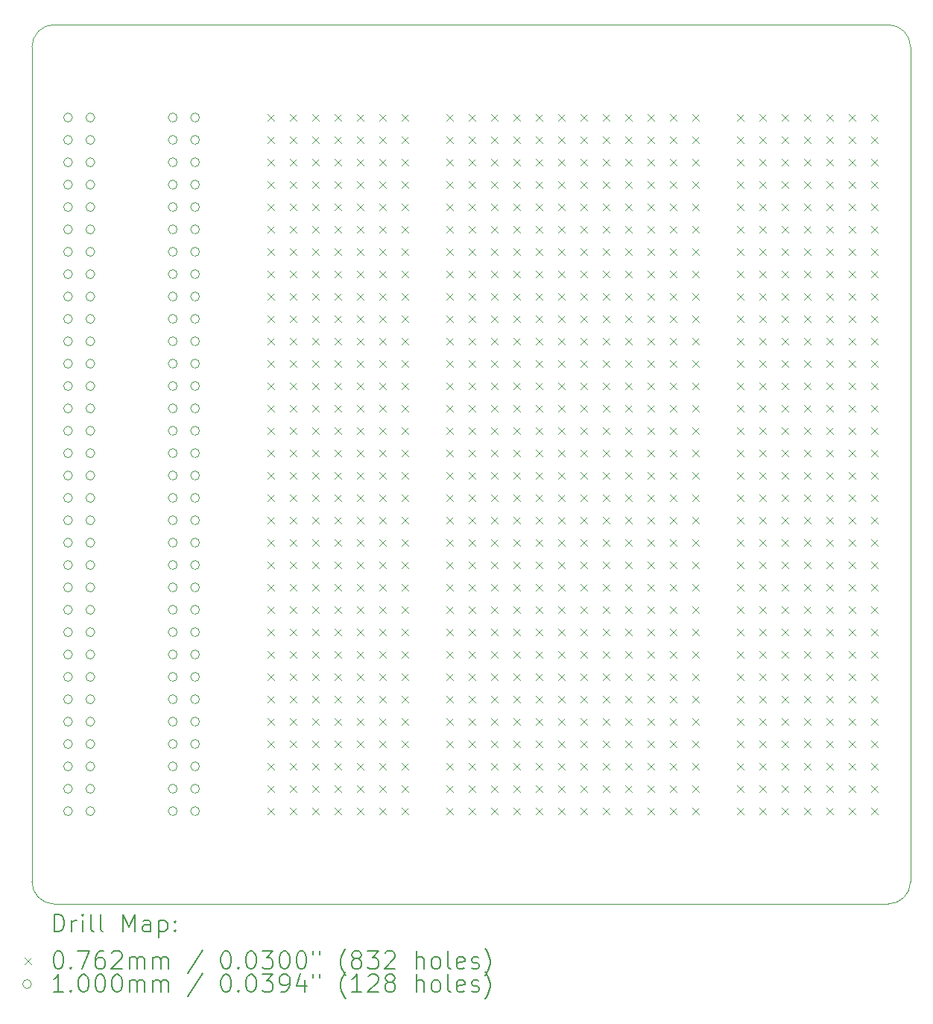
<source format=gbr>
%TF.GenerationSoftware,KiCad,Pcbnew,6.0.9*%
%TF.CreationDate,2022-11-14T08:14:38-08:00*%
%TF.ProjectId,Protoboard,50726f74-6f62-46f6-9172-642e6b696361,1.0*%
%TF.SameCoordinates,Original*%
%TF.FileFunction,Drillmap*%
%TF.FilePolarity,Positive*%
%FSLAX45Y45*%
G04 Gerber Fmt 4.5, Leading zero omitted, Abs format (unit mm)*
G04 Created by KiCad (PCBNEW 6.0.9) date 2022-11-14 08:14:38*
%MOMM*%
%LPD*%
G01*
G04 APERTURE LIST*
%ADD10C,0.100000*%
%ADD11C,0.200000*%
%ADD12C,0.076200*%
G04 APERTURE END LIST*
D10*
X19380200Y-14643100D02*
G75*
G03*
X19634200Y-14389100I0J254000D01*
G01*
X19380200Y-4660900D02*
X9906000Y-4660900D01*
X19634200Y-4914900D02*
G75*
G03*
X19380200Y-4660900I-254000J0D01*
G01*
X19634200Y-14389100D02*
X19634200Y-4914900D01*
X9906000Y-14643100D02*
X19380200Y-14643100D01*
X9906000Y-4660900D02*
G75*
G03*
X9652000Y-4914900I0J-254000D01*
G01*
X9652000Y-4914900D02*
X9652000Y-14389100D01*
X9652000Y-14389100D02*
G75*
G03*
X9906000Y-14643100I254000J0D01*
G01*
D11*
D12*
X12331700Y-5677100D02*
X12407900Y-5753300D01*
X12407900Y-5677100D02*
X12331700Y-5753300D01*
X12331700Y-5931100D02*
X12407900Y-6007300D01*
X12407900Y-5931100D02*
X12331700Y-6007300D01*
X12331700Y-6185100D02*
X12407900Y-6261300D01*
X12407900Y-6185100D02*
X12331700Y-6261300D01*
X12331700Y-6439100D02*
X12407900Y-6515300D01*
X12407900Y-6439100D02*
X12331700Y-6515300D01*
X12331700Y-6693100D02*
X12407900Y-6769300D01*
X12407900Y-6693100D02*
X12331700Y-6769300D01*
X12331700Y-6947100D02*
X12407900Y-7023300D01*
X12407900Y-6947100D02*
X12331700Y-7023300D01*
X12331700Y-7201100D02*
X12407900Y-7277300D01*
X12407900Y-7201100D02*
X12331700Y-7277300D01*
X12331700Y-7455100D02*
X12407900Y-7531300D01*
X12407900Y-7455100D02*
X12331700Y-7531300D01*
X12331700Y-7709100D02*
X12407900Y-7785300D01*
X12407900Y-7709100D02*
X12331700Y-7785300D01*
X12331700Y-7963100D02*
X12407900Y-8039300D01*
X12407900Y-7963100D02*
X12331700Y-8039300D01*
X12331700Y-8217100D02*
X12407900Y-8293300D01*
X12407900Y-8217100D02*
X12331700Y-8293300D01*
X12331700Y-8471100D02*
X12407900Y-8547300D01*
X12407900Y-8471100D02*
X12331700Y-8547300D01*
X12331700Y-8725100D02*
X12407900Y-8801300D01*
X12407900Y-8725100D02*
X12331700Y-8801300D01*
X12331700Y-8979100D02*
X12407900Y-9055300D01*
X12407900Y-8979100D02*
X12331700Y-9055300D01*
X12331700Y-9233100D02*
X12407900Y-9309300D01*
X12407900Y-9233100D02*
X12331700Y-9309300D01*
X12331700Y-9487100D02*
X12407900Y-9563300D01*
X12407900Y-9487100D02*
X12331700Y-9563300D01*
X12331700Y-9741100D02*
X12407900Y-9817300D01*
X12407900Y-9741100D02*
X12331700Y-9817300D01*
X12331700Y-9995100D02*
X12407900Y-10071300D01*
X12407900Y-9995100D02*
X12331700Y-10071300D01*
X12331700Y-10249100D02*
X12407900Y-10325300D01*
X12407900Y-10249100D02*
X12331700Y-10325300D01*
X12331700Y-10503100D02*
X12407900Y-10579300D01*
X12407900Y-10503100D02*
X12331700Y-10579300D01*
X12331700Y-10757100D02*
X12407900Y-10833300D01*
X12407900Y-10757100D02*
X12331700Y-10833300D01*
X12331700Y-11011100D02*
X12407900Y-11087300D01*
X12407900Y-11011100D02*
X12331700Y-11087300D01*
X12331700Y-11265100D02*
X12407900Y-11341300D01*
X12407900Y-11265100D02*
X12331700Y-11341300D01*
X12331700Y-11519100D02*
X12407900Y-11595300D01*
X12407900Y-11519100D02*
X12331700Y-11595300D01*
X12331700Y-11773100D02*
X12407900Y-11849300D01*
X12407900Y-11773100D02*
X12331700Y-11849300D01*
X12331700Y-12026900D02*
X12407900Y-12103100D01*
X12407900Y-12026900D02*
X12331700Y-12103100D01*
X12331700Y-12280900D02*
X12407900Y-12357100D01*
X12407900Y-12280900D02*
X12331700Y-12357100D01*
X12331700Y-12534900D02*
X12407900Y-12611100D01*
X12407900Y-12534900D02*
X12331700Y-12611100D01*
X12331700Y-12788900D02*
X12407900Y-12865100D01*
X12407900Y-12788900D02*
X12331700Y-12865100D01*
X12331700Y-13042900D02*
X12407900Y-13119100D01*
X12407900Y-13042900D02*
X12331700Y-13119100D01*
X12331700Y-13296900D02*
X12407900Y-13373100D01*
X12407900Y-13296900D02*
X12331700Y-13373100D01*
X12331700Y-13550900D02*
X12407900Y-13627100D01*
X12407900Y-13550900D02*
X12331700Y-13627100D01*
X12585700Y-5677100D02*
X12661900Y-5753300D01*
X12661900Y-5677100D02*
X12585700Y-5753300D01*
X12585700Y-5931100D02*
X12661900Y-6007300D01*
X12661900Y-5931100D02*
X12585700Y-6007300D01*
X12585700Y-6185100D02*
X12661900Y-6261300D01*
X12661900Y-6185100D02*
X12585700Y-6261300D01*
X12585700Y-6439100D02*
X12661900Y-6515300D01*
X12661900Y-6439100D02*
X12585700Y-6515300D01*
X12585700Y-6693100D02*
X12661900Y-6769300D01*
X12661900Y-6693100D02*
X12585700Y-6769300D01*
X12585700Y-6947100D02*
X12661900Y-7023300D01*
X12661900Y-6947100D02*
X12585700Y-7023300D01*
X12585700Y-7201100D02*
X12661900Y-7277300D01*
X12661900Y-7201100D02*
X12585700Y-7277300D01*
X12585700Y-7455100D02*
X12661900Y-7531300D01*
X12661900Y-7455100D02*
X12585700Y-7531300D01*
X12585700Y-7709100D02*
X12661900Y-7785300D01*
X12661900Y-7709100D02*
X12585700Y-7785300D01*
X12585700Y-7963100D02*
X12661900Y-8039300D01*
X12661900Y-7963100D02*
X12585700Y-8039300D01*
X12585700Y-8217100D02*
X12661900Y-8293300D01*
X12661900Y-8217100D02*
X12585700Y-8293300D01*
X12585700Y-8471100D02*
X12661900Y-8547300D01*
X12661900Y-8471100D02*
X12585700Y-8547300D01*
X12585700Y-8725100D02*
X12661900Y-8801300D01*
X12661900Y-8725100D02*
X12585700Y-8801300D01*
X12585700Y-8979100D02*
X12661900Y-9055300D01*
X12661900Y-8979100D02*
X12585700Y-9055300D01*
X12585700Y-9233100D02*
X12661900Y-9309300D01*
X12661900Y-9233100D02*
X12585700Y-9309300D01*
X12585700Y-9487100D02*
X12661900Y-9563300D01*
X12661900Y-9487100D02*
X12585700Y-9563300D01*
X12585700Y-9741100D02*
X12661900Y-9817300D01*
X12661900Y-9741100D02*
X12585700Y-9817300D01*
X12585700Y-9995100D02*
X12661900Y-10071300D01*
X12661900Y-9995100D02*
X12585700Y-10071300D01*
X12585700Y-10249100D02*
X12661900Y-10325300D01*
X12661900Y-10249100D02*
X12585700Y-10325300D01*
X12585700Y-10503100D02*
X12661900Y-10579300D01*
X12661900Y-10503100D02*
X12585700Y-10579300D01*
X12585700Y-10757100D02*
X12661900Y-10833300D01*
X12661900Y-10757100D02*
X12585700Y-10833300D01*
X12585700Y-11011100D02*
X12661900Y-11087300D01*
X12661900Y-11011100D02*
X12585700Y-11087300D01*
X12585700Y-11265100D02*
X12661900Y-11341300D01*
X12661900Y-11265100D02*
X12585700Y-11341300D01*
X12585700Y-11519100D02*
X12661900Y-11595300D01*
X12661900Y-11519100D02*
X12585700Y-11595300D01*
X12585700Y-11773100D02*
X12661900Y-11849300D01*
X12661900Y-11773100D02*
X12585700Y-11849300D01*
X12585700Y-12026900D02*
X12661900Y-12103100D01*
X12661900Y-12026900D02*
X12585700Y-12103100D01*
X12585700Y-12280900D02*
X12661900Y-12357100D01*
X12661900Y-12280900D02*
X12585700Y-12357100D01*
X12585700Y-12534900D02*
X12661900Y-12611100D01*
X12661900Y-12534900D02*
X12585700Y-12611100D01*
X12585700Y-12788900D02*
X12661900Y-12865100D01*
X12661900Y-12788900D02*
X12585700Y-12865100D01*
X12585700Y-13042900D02*
X12661900Y-13119100D01*
X12661900Y-13042900D02*
X12585700Y-13119100D01*
X12585700Y-13296900D02*
X12661900Y-13373100D01*
X12661900Y-13296900D02*
X12585700Y-13373100D01*
X12585700Y-13550900D02*
X12661900Y-13627100D01*
X12661900Y-13550900D02*
X12585700Y-13627100D01*
X12839700Y-5677100D02*
X12915900Y-5753300D01*
X12915900Y-5677100D02*
X12839700Y-5753300D01*
X12839700Y-5931100D02*
X12915900Y-6007300D01*
X12915900Y-5931100D02*
X12839700Y-6007300D01*
X12839700Y-6185300D02*
X12915900Y-6261500D01*
X12915900Y-6185300D02*
X12839700Y-6261500D01*
X12839700Y-6439300D02*
X12915900Y-6515500D01*
X12915900Y-6439300D02*
X12839700Y-6515500D01*
X12839700Y-6692900D02*
X12915900Y-6769100D01*
X12915900Y-6692900D02*
X12839700Y-6769100D01*
X12839700Y-6946900D02*
X12915900Y-7023100D01*
X12915900Y-6946900D02*
X12839700Y-7023100D01*
X12839700Y-7201100D02*
X12915900Y-7277300D01*
X12915900Y-7201100D02*
X12839700Y-7277300D01*
X12839700Y-7455100D02*
X12915900Y-7531300D01*
X12915900Y-7455100D02*
X12839700Y-7531300D01*
X12839700Y-7709100D02*
X12915900Y-7785300D01*
X12915900Y-7709100D02*
X12839700Y-7785300D01*
X12839700Y-7963100D02*
X12915900Y-8039300D01*
X12915900Y-7963100D02*
X12839700Y-8039300D01*
X12839700Y-8217300D02*
X12915900Y-8293500D01*
X12915900Y-8217300D02*
X12839700Y-8293500D01*
X12839700Y-8471300D02*
X12915900Y-8547500D01*
X12915900Y-8471300D02*
X12839700Y-8547500D01*
X12839700Y-8724900D02*
X12915900Y-8801100D01*
X12915900Y-8724900D02*
X12839700Y-8801100D01*
X12839700Y-8978900D02*
X12915900Y-9055100D01*
X12915900Y-8978900D02*
X12839700Y-9055100D01*
X12839700Y-9233100D02*
X12915900Y-9309300D01*
X12915900Y-9233100D02*
X12839700Y-9309300D01*
X12839700Y-9487100D02*
X12915900Y-9563300D01*
X12915900Y-9487100D02*
X12839700Y-9563300D01*
X12839700Y-9741100D02*
X12915900Y-9817300D01*
X12915900Y-9741100D02*
X12839700Y-9817300D01*
X12839700Y-9995100D02*
X12915900Y-10071300D01*
X12915900Y-9995100D02*
X12839700Y-10071300D01*
X12839700Y-10249300D02*
X12915900Y-10325500D01*
X12915900Y-10249300D02*
X12839700Y-10325500D01*
X12839700Y-10503300D02*
X12915900Y-10579500D01*
X12915900Y-10503300D02*
X12839700Y-10579500D01*
X12839700Y-10756900D02*
X12915900Y-10833100D01*
X12915900Y-10756900D02*
X12839700Y-10833100D01*
X12839700Y-11010900D02*
X12915900Y-11087100D01*
X12915900Y-11010900D02*
X12839700Y-11087100D01*
X12839700Y-11265100D02*
X12915900Y-11341300D01*
X12915900Y-11265100D02*
X12839700Y-11341300D01*
X12839700Y-11519100D02*
X12915900Y-11595300D01*
X12915900Y-11519100D02*
X12839700Y-11595300D01*
X12839700Y-11772900D02*
X12915900Y-11849100D01*
X12915900Y-11772900D02*
X12839700Y-11849100D01*
X12839700Y-12026900D02*
X12915900Y-12103100D01*
X12915900Y-12026900D02*
X12839700Y-12103100D01*
X12839700Y-12281100D02*
X12915900Y-12357300D01*
X12915900Y-12281100D02*
X12839700Y-12357300D01*
X12839700Y-12535100D02*
X12915900Y-12611300D01*
X12915900Y-12535100D02*
X12839700Y-12611300D01*
X12839700Y-12788700D02*
X12915900Y-12864900D01*
X12915900Y-12788700D02*
X12839700Y-12864900D01*
X12839700Y-13042700D02*
X12915900Y-13118900D01*
X12915900Y-13042700D02*
X12839700Y-13118900D01*
X12839700Y-13296900D02*
X12915900Y-13373100D01*
X12915900Y-13296900D02*
X12839700Y-13373100D01*
X12839700Y-13550900D02*
X12915900Y-13627100D01*
X12915900Y-13550900D02*
X12839700Y-13627100D01*
X13093700Y-5677100D02*
X13169900Y-5753300D01*
X13169900Y-5677100D02*
X13093700Y-5753300D01*
X13093700Y-5931100D02*
X13169900Y-6007300D01*
X13169900Y-5931100D02*
X13093700Y-6007300D01*
X13093700Y-6185300D02*
X13169900Y-6261500D01*
X13169900Y-6185300D02*
X13093700Y-6261500D01*
X13093700Y-6439300D02*
X13169900Y-6515500D01*
X13169900Y-6439300D02*
X13093700Y-6515500D01*
X13093700Y-6692900D02*
X13169900Y-6769100D01*
X13169900Y-6692900D02*
X13093700Y-6769100D01*
X13093700Y-6946900D02*
X13169900Y-7023100D01*
X13169900Y-6946900D02*
X13093700Y-7023100D01*
X13093700Y-7201100D02*
X13169900Y-7277300D01*
X13169900Y-7201100D02*
X13093700Y-7277300D01*
X13093700Y-7455100D02*
X13169900Y-7531300D01*
X13169900Y-7455100D02*
X13093700Y-7531300D01*
X13093700Y-7709100D02*
X13169900Y-7785300D01*
X13169900Y-7709100D02*
X13093700Y-7785300D01*
X13093700Y-7963100D02*
X13169900Y-8039300D01*
X13169900Y-7963100D02*
X13093700Y-8039300D01*
X13093700Y-8217300D02*
X13169900Y-8293500D01*
X13169900Y-8217300D02*
X13093700Y-8293500D01*
X13093700Y-8471300D02*
X13169900Y-8547500D01*
X13169900Y-8471300D02*
X13093700Y-8547500D01*
X13093700Y-8724900D02*
X13169900Y-8801100D01*
X13169900Y-8724900D02*
X13093700Y-8801100D01*
X13093700Y-8978900D02*
X13169900Y-9055100D01*
X13169900Y-8978900D02*
X13093700Y-9055100D01*
X13093700Y-9233100D02*
X13169900Y-9309300D01*
X13169900Y-9233100D02*
X13093700Y-9309300D01*
X13093700Y-9487100D02*
X13169900Y-9563300D01*
X13169900Y-9487100D02*
X13093700Y-9563300D01*
X13093700Y-9741100D02*
X13169900Y-9817300D01*
X13169900Y-9741100D02*
X13093700Y-9817300D01*
X13093700Y-9995100D02*
X13169900Y-10071300D01*
X13169900Y-9995100D02*
X13093700Y-10071300D01*
X13093700Y-10249300D02*
X13169900Y-10325500D01*
X13169900Y-10249300D02*
X13093700Y-10325500D01*
X13093700Y-10503300D02*
X13169900Y-10579500D01*
X13169900Y-10503300D02*
X13093700Y-10579500D01*
X13093700Y-10756900D02*
X13169900Y-10833100D01*
X13169900Y-10756900D02*
X13093700Y-10833100D01*
X13093700Y-11010900D02*
X13169900Y-11087100D01*
X13169900Y-11010900D02*
X13093700Y-11087100D01*
X13093700Y-11265100D02*
X13169900Y-11341300D01*
X13169900Y-11265100D02*
X13093700Y-11341300D01*
X13093700Y-11519100D02*
X13169900Y-11595300D01*
X13169900Y-11519100D02*
X13093700Y-11595300D01*
X13093700Y-11772900D02*
X13169900Y-11849100D01*
X13169900Y-11772900D02*
X13093700Y-11849100D01*
X13093700Y-12026900D02*
X13169900Y-12103100D01*
X13169900Y-12026900D02*
X13093700Y-12103100D01*
X13093700Y-12281100D02*
X13169900Y-12357300D01*
X13169900Y-12281100D02*
X13093700Y-12357300D01*
X13093700Y-12535100D02*
X13169900Y-12611300D01*
X13169900Y-12535100D02*
X13093700Y-12611300D01*
X13093700Y-12788700D02*
X13169900Y-12864900D01*
X13169900Y-12788700D02*
X13093700Y-12864900D01*
X13093700Y-13042700D02*
X13169900Y-13118900D01*
X13169900Y-13042700D02*
X13093700Y-13118900D01*
X13093700Y-13296900D02*
X13169900Y-13373100D01*
X13169900Y-13296900D02*
X13093700Y-13373100D01*
X13093700Y-13550900D02*
X13169900Y-13627100D01*
X13169900Y-13550900D02*
X13093700Y-13627100D01*
X13347700Y-5677100D02*
X13423900Y-5753300D01*
X13423900Y-5677100D02*
X13347700Y-5753300D01*
X13347700Y-5931100D02*
X13423900Y-6007300D01*
X13423900Y-5931100D02*
X13347700Y-6007300D01*
X13347700Y-6185300D02*
X13423900Y-6261500D01*
X13423900Y-6185300D02*
X13347700Y-6261500D01*
X13347700Y-6439300D02*
X13423900Y-6515500D01*
X13423900Y-6439300D02*
X13347700Y-6515500D01*
X13347700Y-6692900D02*
X13423900Y-6769100D01*
X13423900Y-6692900D02*
X13347700Y-6769100D01*
X13347700Y-6946900D02*
X13423900Y-7023100D01*
X13423900Y-6946900D02*
X13347700Y-7023100D01*
X13347700Y-7201100D02*
X13423900Y-7277300D01*
X13423900Y-7201100D02*
X13347700Y-7277300D01*
X13347700Y-7455100D02*
X13423900Y-7531300D01*
X13423900Y-7455100D02*
X13347700Y-7531300D01*
X13347700Y-7709100D02*
X13423900Y-7785300D01*
X13423900Y-7709100D02*
X13347700Y-7785300D01*
X13347700Y-7963100D02*
X13423900Y-8039300D01*
X13423900Y-7963100D02*
X13347700Y-8039300D01*
X13347700Y-8217300D02*
X13423900Y-8293500D01*
X13423900Y-8217300D02*
X13347700Y-8293500D01*
X13347700Y-8471300D02*
X13423900Y-8547500D01*
X13423900Y-8471300D02*
X13347700Y-8547500D01*
X13347700Y-8724900D02*
X13423900Y-8801100D01*
X13423900Y-8724900D02*
X13347700Y-8801100D01*
X13347700Y-8978900D02*
X13423900Y-9055100D01*
X13423900Y-8978900D02*
X13347700Y-9055100D01*
X13347700Y-9233100D02*
X13423900Y-9309300D01*
X13423900Y-9233100D02*
X13347700Y-9309300D01*
X13347700Y-9487100D02*
X13423900Y-9563300D01*
X13423900Y-9487100D02*
X13347700Y-9563300D01*
X13347700Y-9741100D02*
X13423900Y-9817300D01*
X13423900Y-9741100D02*
X13347700Y-9817300D01*
X13347700Y-9995100D02*
X13423900Y-10071300D01*
X13423900Y-9995100D02*
X13347700Y-10071300D01*
X13347700Y-10249300D02*
X13423900Y-10325500D01*
X13423900Y-10249300D02*
X13347700Y-10325500D01*
X13347700Y-10503300D02*
X13423900Y-10579500D01*
X13423900Y-10503300D02*
X13347700Y-10579500D01*
X13347700Y-10756900D02*
X13423900Y-10833100D01*
X13423900Y-10756900D02*
X13347700Y-10833100D01*
X13347700Y-11010900D02*
X13423900Y-11087100D01*
X13423900Y-11010900D02*
X13347700Y-11087100D01*
X13347700Y-11265100D02*
X13423900Y-11341300D01*
X13423900Y-11265100D02*
X13347700Y-11341300D01*
X13347700Y-11519100D02*
X13423900Y-11595300D01*
X13423900Y-11519100D02*
X13347700Y-11595300D01*
X13347700Y-11772900D02*
X13423900Y-11849100D01*
X13423900Y-11772900D02*
X13347700Y-11849100D01*
X13347700Y-12026900D02*
X13423900Y-12103100D01*
X13423900Y-12026900D02*
X13347700Y-12103100D01*
X13347700Y-12281100D02*
X13423900Y-12357300D01*
X13423900Y-12281100D02*
X13347700Y-12357300D01*
X13347700Y-12535100D02*
X13423900Y-12611300D01*
X13423900Y-12535100D02*
X13347700Y-12611300D01*
X13347700Y-12788700D02*
X13423900Y-12864900D01*
X13423900Y-12788700D02*
X13347700Y-12864900D01*
X13347700Y-13042700D02*
X13423900Y-13118900D01*
X13423900Y-13042700D02*
X13347700Y-13118900D01*
X13347700Y-13296900D02*
X13423900Y-13373100D01*
X13423900Y-13296900D02*
X13347700Y-13373100D01*
X13347700Y-13550900D02*
X13423900Y-13627100D01*
X13423900Y-13550900D02*
X13347700Y-13627100D01*
X13601700Y-5677100D02*
X13677900Y-5753300D01*
X13677900Y-5677100D02*
X13601700Y-5753300D01*
X13601700Y-5931100D02*
X13677900Y-6007300D01*
X13677900Y-5931100D02*
X13601700Y-6007300D01*
X13601700Y-6185300D02*
X13677900Y-6261500D01*
X13677900Y-6185300D02*
X13601700Y-6261500D01*
X13601700Y-6439300D02*
X13677900Y-6515500D01*
X13677900Y-6439300D02*
X13601700Y-6515500D01*
X13601700Y-6692900D02*
X13677900Y-6769100D01*
X13677900Y-6692900D02*
X13601700Y-6769100D01*
X13601700Y-6946900D02*
X13677900Y-7023100D01*
X13677900Y-6946900D02*
X13601700Y-7023100D01*
X13601700Y-7201100D02*
X13677900Y-7277300D01*
X13677900Y-7201100D02*
X13601700Y-7277300D01*
X13601700Y-7455100D02*
X13677900Y-7531300D01*
X13677900Y-7455100D02*
X13601700Y-7531300D01*
X13601700Y-7709100D02*
X13677900Y-7785300D01*
X13677900Y-7709100D02*
X13601700Y-7785300D01*
X13601700Y-7963100D02*
X13677900Y-8039300D01*
X13677900Y-7963100D02*
X13601700Y-8039300D01*
X13601700Y-8217300D02*
X13677900Y-8293500D01*
X13677900Y-8217300D02*
X13601700Y-8293500D01*
X13601700Y-8471300D02*
X13677900Y-8547500D01*
X13677900Y-8471300D02*
X13601700Y-8547500D01*
X13601700Y-8724900D02*
X13677900Y-8801100D01*
X13677900Y-8724900D02*
X13601700Y-8801100D01*
X13601700Y-8978900D02*
X13677900Y-9055100D01*
X13677900Y-8978900D02*
X13601700Y-9055100D01*
X13601700Y-9233100D02*
X13677900Y-9309300D01*
X13677900Y-9233100D02*
X13601700Y-9309300D01*
X13601700Y-9487100D02*
X13677900Y-9563300D01*
X13677900Y-9487100D02*
X13601700Y-9563300D01*
X13601700Y-9741100D02*
X13677900Y-9817300D01*
X13677900Y-9741100D02*
X13601700Y-9817300D01*
X13601700Y-9995100D02*
X13677900Y-10071300D01*
X13677900Y-9995100D02*
X13601700Y-10071300D01*
X13601700Y-10249300D02*
X13677900Y-10325500D01*
X13677900Y-10249300D02*
X13601700Y-10325500D01*
X13601700Y-10503300D02*
X13677900Y-10579500D01*
X13677900Y-10503300D02*
X13601700Y-10579500D01*
X13601700Y-10756900D02*
X13677900Y-10833100D01*
X13677900Y-10756900D02*
X13601700Y-10833100D01*
X13601700Y-11010900D02*
X13677900Y-11087100D01*
X13677900Y-11010900D02*
X13601700Y-11087100D01*
X13601700Y-11265100D02*
X13677900Y-11341300D01*
X13677900Y-11265100D02*
X13601700Y-11341300D01*
X13601700Y-11519100D02*
X13677900Y-11595300D01*
X13677900Y-11519100D02*
X13601700Y-11595300D01*
X13601700Y-11772900D02*
X13677900Y-11849100D01*
X13677900Y-11772900D02*
X13601700Y-11849100D01*
X13601700Y-12026900D02*
X13677900Y-12103100D01*
X13677900Y-12026900D02*
X13601700Y-12103100D01*
X13601700Y-12281100D02*
X13677900Y-12357300D01*
X13677900Y-12281100D02*
X13601700Y-12357300D01*
X13601700Y-12535100D02*
X13677900Y-12611300D01*
X13677900Y-12535100D02*
X13601700Y-12611300D01*
X13601700Y-12788700D02*
X13677900Y-12864900D01*
X13677900Y-12788700D02*
X13601700Y-12864900D01*
X13601700Y-13042700D02*
X13677900Y-13118900D01*
X13677900Y-13042700D02*
X13601700Y-13118900D01*
X13601700Y-13296900D02*
X13677900Y-13373100D01*
X13677900Y-13296900D02*
X13601700Y-13373100D01*
X13601700Y-13550900D02*
X13677900Y-13627100D01*
X13677900Y-13550900D02*
X13601700Y-13627100D01*
X13855700Y-5677100D02*
X13931900Y-5753300D01*
X13931900Y-5677100D02*
X13855700Y-5753300D01*
X13855700Y-5931100D02*
X13931900Y-6007300D01*
X13931900Y-5931100D02*
X13855700Y-6007300D01*
X13855700Y-6185300D02*
X13931900Y-6261500D01*
X13931900Y-6185300D02*
X13855700Y-6261500D01*
X13855700Y-6439300D02*
X13931900Y-6515500D01*
X13931900Y-6439300D02*
X13855700Y-6515500D01*
X13855700Y-6692900D02*
X13931900Y-6769100D01*
X13931900Y-6692900D02*
X13855700Y-6769100D01*
X13855700Y-6946900D02*
X13931900Y-7023100D01*
X13931900Y-6946900D02*
X13855700Y-7023100D01*
X13855700Y-7201100D02*
X13931900Y-7277300D01*
X13931900Y-7201100D02*
X13855700Y-7277300D01*
X13855700Y-7455100D02*
X13931900Y-7531300D01*
X13931900Y-7455100D02*
X13855700Y-7531300D01*
X13855700Y-7709100D02*
X13931900Y-7785300D01*
X13931900Y-7709100D02*
X13855700Y-7785300D01*
X13855700Y-7963100D02*
X13931900Y-8039300D01*
X13931900Y-7963100D02*
X13855700Y-8039300D01*
X13855700Y-8217300D02*
X13931900Y-8293500D01*
X13931900Y-8217300D02*
X13855700Y-8293500D01*
X13855700Y-8471300D02*
X13931900Y-8547500D01*
X13931900Y-8471300D02*
X13855700Y-8547500D01*
X13855700Y-8724900D02*
X13931900Y-8801100D01*
X13931900Y-8724900D02*
X13855700Y-8801100D01*
X13855700Y-8978900D02*
X13931900Y-9055100D01*
X13931900Y-8978900D02*
X13855700Y-9055100D01*
X13855700Y-9233100D02*
X13931900Y-9309300D01*
X13931900Y-9233100D02*
X13855700Y-9309300D01*
X13855700Y-9487100D02*
X13931900Y-9563300D01*
X13931900Y-9487100D02*
X13855700Y-9563300D01*
X13855700Y-9741100D02*
X13931900Y-9817300D01*
X13931900Y-9741100D02*
X13855700Y-9817300D01*
X13855700Y-9995100D02*
X13931900Y-10071300D01*
X13931900Y-9995100D02*
X13855700Y-10071300D01*
X13855700Y-10249300D02*
X13931900Y-10325500D01*
X13931900Y-10249300D02*
X13855700Y-10325500D01*
X13855700Y-10503300D02*
X13931900Y-10579500D01*
X13931900Y-10503300D02*
X13855700Y-10579500D01*
X13855700Y-10756900D02*
X13931900Y-10833100D01*
X13931900Y-10756900D02*
X13855700Y-10833100D01*
X13855700Y-11010900D02*
X13931900Y-11087100D01*
X13931900Y-11010900D02*
X13855700Y-11087100D01*
X13855700Y-11265100D02*
X13931900Y-11341300D01*
X13931900Y-11265100D02*
X13855700Y-11341300D01*
X13855700Y-11519100D02*
X13931900Y-11595300D01*
X13931900Y-11519100D02*
X13855700Y-11595300D01*
X13855700Y-11772900D02*
X13931900Y-11849100D01*
X13931900Y-11772900D02*
X13855700Y-11849100D01*
X13855700Y-12026900D02*
X13931900Y-12103100D01*
X13931900Y-12026900D02*
X13855700Y-12103100D01*
X13855700Y-12281100D02*
X13931900Y-12357300D01*
X13931900Y-12281100D02*
X13855700Y-12357300D01*
X13855700Y-12535100D02*
X13931900Y-12611300D01*
X13931900Y-12535100D02*
X13855700Y-12611300D01*
X13855700Y-12788700D02*
X13931900Y-12864900D01*
X13931900Y-12788700D02*
X13855700Y-12864900D01*
X13855700Y-13042700D02*
X13931900Y-13118900D01*
X13931900Y-13042700D02*
X13855700Y-13118900D01*
X13855700Y-13296900D02*
X13931900Y-13373100D01*
X13931900Y-13296900D02*
X13855700Y-13373100D01*
X13855700Y-13550900D02*
X13931900Y-13627100D01*
X13931900Y-13550900D02*
X13855700Y-13627100D01*
X14363700Y-5677100D02*
X14439900Y-5753300D01*
X14439900Y-5677100D02*
X14363700Y-5753300D01*
X14363700Y-5931100D02*
X14439900Y-6007300D01*
X14439900Y-5931100D02*
X14363700Y-6007300D01*
X14363700Y-6185500D02*
X14439900Y-6261700D01*
X14439900Y-6185500D02*
X14363700Y-6261700D01*
X14363700Y-6439500D02*
X14439900Y-6515700D01*
X14439900Y-6439500D02*
X14363700Y-6515700D01*
X14363700Y-6693100D02*
X14439900Y-6769300D01*
X14439900Y-6693100D02*
X14363700Y-6769300D01*
X14363700Y-6947100D02*
X14439900Y-7023300D01*
X14439900Y-6947100D02*
X14363700Y-7023300D01*
X14363700Y-7201300D02*
X14439900Y-7277500D01*
X14439900Y-7201300D02*
X14363700Y-7277500D01*
X14363700Y-7455300D02*
X14439900Y-7531500D01*
X14439900Y-7455300D02*
X14363700Y-7531500D01*
X14363700Y-7709300D02*
X14439900Y-7785500D01*
X14439900Y-7709300D02*
X14363700Y-7785500D01*
X14363700Y-7963300D02*
X14439900Y-8039500D01*
X14439900Y-7963300D02*
X14363700Y-8039500D01*
X14363700Y-8217500D02*
X14439900Y-8293700D01*
X14439900Y-8217500D02*
X14363700Y-8293700D01*
X14363700Y-8471500D02*
X14439900Y-8547700D01*
X14439900Y-8471500D02*
X14363700Y-8547700D01*
X14363700Y-8725100D02*
X14439900Y-8801300D01*
X14439900Y-8725100D02*
X14363700Y-8801300D01*
X14363700Y-8979100D02*
X14439900Y-9055300D01*
X14439900Y-8979100D02*
X14363700Y-9055300D01*
X14363700Y-9233300D02*
X14439900Y-9309500D01*
X14439900Y-9233300D02*
X14363700Y-9309500D01*
X14363700Y-9487300D02*
X14439900Y-9563500D01*
X14439900Y-9487300D02*
X14363700Y-9563500D01*
X14363700Y-9741300D02*
X14439900Y-9817500D01*
X14439900Y-9741300D02*
X14363700Y-9817500D01*
X14363700Y-9995300D02*
X14439900Y-10071500D01*
X14439900Y-9995300D02*
X14363700Y-10071500D01*
X14363700Y-10249500D02*
X14439900Y-10325700D01*
X14439900Y-10249500D02*
X14363700Y-10325700D01*
X14363700Y-10503500D02*
X14439900Y-10579700D01*
X14439900Y-10503500D02*
X14363700Y-10579700D01*
X14363700Y-10757100D02*
X14439900Y-10833300D01*
X14439900Y-10757100D02*
X14363700Y-10833300D01*
X14363700Y-11011100D02*
X14439900Y-11087300D01*
X14439900Y-11011100D02*
X14363700Y-11087300D01*
X14363700Y-11265300D02*
X14439900Y-11341500D01*
X14439900Y-11265300D02*
X14363700Y-11341500D01*
X14363700Y-11519300D02*
X14439900Y-11595500D01*
X14439900Y-11519300D02*
X14363700Y-11595500D01*
X14363700Y-11772900D02*
X14439900Y-11849100D01*
X14439900Y-11772900D02*
X14363700Y-11849100D01*
X14363700Y-12026900D02*
X14439900Y-12103100D01*
X14439900Y-12026900D02*
X14363700Y-12103100D01*
X14363700Y-12281300D02*
X14439900Y-12357500D01*
X14439900Y-12281300D02*
X14363700Y-12357500D01*
X14363700Y-12535300D02*
X14439900Y-12611500D01*
X14439900Y-12535300D02*
X14363700Y-12611500D01*
X14363700Y-12788900D02*
X14439900Y-12865100D01*
X14439900Y-12788900D02*
X14363700Y-12865100D01*
X14363700Y-13042900D02*
X14439900Y-13119100D01*
X14439900Y-13042900D02*
X14363700Y-13119100D01*
X14363700Y-13297100D02*
X14439900Y-13373300D01*
X14439900Y-13297100D02*
X14363700Y-13373300D01*
X14363700Y-13551100D02*
X14439900Y-13627300D01*
X14439900Y-13551100D02*
X14363700Y-13627300D01*
X14617700Y-5677100D02*
X14693900Y-5753300D01*
X14693900Y-5677100D02*
X14617700Y-5753300D01*
X14617700Y-5931100D02*
X14693900Y-6007300D01*
X14693900Y-5931100D02*
X14617700Y-6007300D01*
X14617700Y-6185500D02*
X14693900Y-6261700D01*
X14693900Y-6185500D02*
X14617700Y-6261700D01*
X14617700Y-6439500D02*
X14693900Y-6515700D01*
X14693900Y-6439500D02*
X14617700Y-6515700D01*
X14617700Y-6693100D02*
X14693900Y-6769300D01*
X14693900Y-6693100D02*
X14617700Y-6769300D01*
X14617700Y-6947100D02*
X14693900Y-7023300D01*
X14693900Y-6947100D02*
X14617700Y-7023300D01*
X14617700Y-7201300D02*
X14693900Y-7277500D01*
X14693900Y-7201300D02*
X14617700Y-7277500D01*
X14617700Y-7455300D02*
X14693900Y-7531500D01*
X14693900Y-7455300D02*
X14617700Y-7531500D01*
X14617700Y-7709300D02*
X14693900Y-7785500D01*
X14693900Y-7709300D02*
X14617700Y-7785500D01*
X14617700Y-7963300D02*
X14693900Y-8039500D01*
X14693900Y-7963300D02*
X14617700Y-8039500D01*
X14617700Y-8217500D02*
X14693900Y-8293700D01*
X14693900Y-8217500D02*
X14617700Y-8293700D01*
X14617700Y-8471500D02*
X14693900Y-8547700D01*
X14693900Y-8471500D02*
X14617700Y-8547700D01*
X14617700Y-8725100D02*
X14693900Y-8801300D01*
X14693900Y-8725100D02*
X14617700Y-8801300D01*
X14617700Y-8979100D02*
X14693900Y-9055300D01*
X14693900Y-8979100D02*
X14617700Y-9055300D01*
X14617700Y-9233300D02*
X14693900Y-9309500D01*
X14693900Y-9233300D02*
X14617700Y-9309500D01*
X14617700Y-9487300D02*
X14693900Y-9563500D01*
X14693900Y-9487300D02*
X14617700Y-9563500D01*
X14617700Y-9741300D02*
X14693900Y-9817500D01*
X14693900Y-9741300D02*
X14617700Y-9817500D01*
X14617700Y-9995300D02*
X14693900Y-10071500D01*
X14693900Y-9995300D02*
X14617700Y-10071500D01*
X14617700Y-10249500D02*
X14693900Y-10325700D01*
X14693900Y-10249500D02*
X14617700Y-10325700D01*
X14617700Y-10503500D02*
X14693900Y-10579700D01*
X14693900Y-10503500D02*
X14617700Y-10579700D01*
X14617700Y-10757100D02*
X14693900Y-10833300D01*
X14693900Y-10757100D02*
X14617700Y-10833300D01*
X14617700Y-11011100D02*
X14693900Y-11087300D01*
X14693900Y-11011100D02*
X14617700Y-11087300D01*
X14617700Y-11265300D02*
X14693900Y-11341500D01*
X14693900Y-11265300D02*
X14617700Y-11341500D01*
X14617700Y-11519300D02*
X14693900Y-11595500D01*
X14693900Y-11519300D02*
X14617700Y-11595500D01*
X14617700Y-11772900D02*
X14693900Y-11849100D01*
X14693900Y-11772900D02*
X14617700Y-11849100D01*
X14617700Y-12026900D02*
X14693900Y-12103100D01*
X14693900Y-12026900D02*
X14617700Y-12103100D01*
X14617700Y-12281300D02*
X14693900Y-12357500D01*
X14693900Y-12281300D02*
X14617700Y-12357500D01*
X14617700Y-12535300D02*
X14693900Y-12611500D01*
X14693900Y-12535300D02*
X14617700Y-12611500D01*
X14617700Y-12788900D02*
X14693900Y-12865100D01*
X14693900Y-12788900D02*
X14617700Y-12865100D01*
X14617700Y-13042900D02*
X14693900Y-13119100D01*
X14693900Y-13042900D02*
X14617700Y-13119100D01*
X14617700Y-13297100D02*
X14693900Y-13373300D01*
X14693900Y-13297100D02*
X14617700Y-13373300D01*
X14617700Y-13551100D02*
X14693900Y-13627300D01*
X14693900Y-13551100D02*
X14617700Y-13627300D01*
X14871700Y-5677100D02*
X14947900Y-5753300D01*
X14947900Y-5677100D02*
X14871700Y-5753300D01*
X14871700Y-5931100D02*
X14947900Y-6007300D01*
X14947900Y-5931100D02*
X14871700Y-6007300D01*
X14871700Y-6185500D02*
X14947900Y-6261700D01*
X14947900Y-6185500D02*
X14871700Y-6261700D01*
X14871700Y-6439500D02*
X14947900Y-6515700D01*
X14947900Y-6439500D02*
X14871700Y-6515700D01*
X14871700Y-6693100D02*
X14947900Y-6769300D01*
X14947900Y-6693100D02*
X14871700Y-6769300D01*
X14871700Y-6947100D02*
X14947900Y-7023300D01*
X14947900Y-6947100D02*
X14871700Y-7023300D01*
X14871700Y-7201300D02*
X14947900Y-7277500D01*
X14947900Y-7201300D02*
X14871700Y-7277500D01*
X14871700Y-7455300D02*
X14947900Y-7531500D01*
X14947900Y-7455300D02*
X14871700Y-7531500D01*
X14871700Y-7709300D02*
X14947900Y-7785500D01*
X14947900Y-7709300D02*
X14871700Y-7785500D01*
X14871700Y-7963300D02*
X14947900Y-8039500D01*
X14947900Y-7963300D02*
X14871700Y-8039500D01*
X14871700Y-8217500D02*
X14947900Y-8293700D01*
X14947900Y-8217500D02*
X14871700Y-8293700D01*
X14871700Y-8471500D02*
X14947900Y-8547700D01*
X14947900Y-8471500D02*
X14871700Y-8547700D01*
X14871700Y-8725100D02*
X14947900Y-8801300D01*
X14947900Y-8725100D02*
X14871700Y-8801300D01*
X14871700Y-8979100D02*
X14947900Y-9055300D01*
X14947900Y-8979100D02*
X14871700Y-9055300D01*
X14871700Y-9233300D02*
X14947900Y-9309500D01*
X14947900Y-9233300D02*
X14871700Y-9309500D01*
X14871700Y-9487300D02*
X14947900Y-9563500D01*
X14947900Y-9487300D02*
X14871700Y-9563500D01*
X14871700Y-9741300D02*
X14947900Y-9817500D01*
X14947900Y-9741300D02*
X14871700Y-9817500D01*
X14871700Y-9995300D02*
X14947900Y-10071500D01*
X14947900Y-9995300D02*
X14871700Y-10071500D01*
X14871700Y-10249500D02*
X14947900Y-10325700D01*
X14947900Y-10249500D02*
X14871700Y-10325700D01*
X14871700Y-10503500D02*
X14947900Y-10579700D01*
X14947900Y-10503500D02*
X14871700Y-10579700D01*
X14871700Y-10757100D02*
X14947900Y-10833300D01*
X14947900Y-10757100D02*
X14871700Y-10833300D01*
X14871700Y-11011100D02*
X14947900Y-11087300D01*
X14947900Y-11011100D02*
X14871700Y-11087300D01*
X14871700Y-11265300D02*
X14947900Y-11341500D01*
X14947900Y-11265300D02*
X14871700Y-11341500D01*
X14871700Y-11519300D02*
X14947900Y-11595500D01*
X14947900Y-11519300D02*
X14871700Y-11595500D01*
X14871700Y-11772900D02*
X14947900Y-11849100D01*
X14947900Y-11772900D02*
X14871700Y-11849100D01*
X14871700Y-12026900D02*
X14947900Y-12103100D01*
X14947900Y-12026900D02*
X14871700Y-12103100D01*
X14871700Y-12281300D02*
X14947900Y-12357500D01*
X14947900Y-12281300D02*
X14871700Y-12357500D01*
X14871700Y-12535300D02*
X14947900Y-12611500D01*
X14947900Y-12535300D02*
X14871700Y-12611500D01*
X14871700Y-12788900D02*
X14947900Y-12865100D01*
X14947900Y-12788900D02*
X14871700Y-12865100D01*
X14871700Y-13042900D02*
X14947900Y-13119100D01*
X14947900Y-13042900D02*
X14871700Y-13119100D01*
X14871700Y-13297100D02*
X14947900Y-13373300D01*
X14947900Y-13297100D02*
X14871700Y-13373300D01*
X14871700Y-13551100D02*
X14947900Y-13627300D01*
X14947900Y-13551100D02*
X14871700Y-13627300D01*
X15125700Y-5677100D02*
X15201900Y-5753300D01*
X15201900Y-5677100D02*
X15125700Y-5753300D01*
X15125700Y-5931100D02*
X15201900Y-6007300D01*
X15201900Y-5931100D02*
X15125700Y-6007300D01*
X15125700Y-6185500D02*
X15201900Y-6261700D01*
X15201900Y-6185500D02*
X15125700Y-6261700D01*
X15125700Y-6439500D02*
X15201900Y-6515700D01*
X15201900Y-6439500D02*
X15125700Y-6515700D01*
X15125700Y-6693100D02*
X15201900Y-6769300D01*
X15201900Y-6693100D02*
X15125700Y-6769300D01*
X15125700Y-6947100D02*
X15201900Y-7023300D01*
X15201900Y-6947100D02*
X15125700Y-7023300D01*
X15125700Y-7201300D02*
X15201900Y-7277500D01*
X15201900Y-7201300D02*
X15125700Y-7277500D01*
X15125700Y-7455300D02*
X15201900Y-7531500D01*
X15201900Y-7455300D02*
X15125700Y-7531500D01*
X15125700Y-7709300D02*
X15201900Y-7785500D01*
X15201900Y-7709300D02*
X15125700Y-7785500D01*
X15125700Y-7963300D02*
X15201900Y-8039500D01*
X15201900Y-7963300D02*
X15125700Y-8039500D01*
X15125700Y-8217500D02*
X15201900Y-8293700D01*
X15201900Y-8217500D02*
X15125700Y-8293700D01*
X15125700Y-8471500D02*
X15201900Y-8547700D01*
X15201900Y-8471500D02*
X15125700Y-8547700D01*
X15125700Y-8725100D02*
X15201900Y-8801300D01*
X15201900Y-8725100D02*
X15125700Y-8801300D01*
X15125700Y-8979100D02*
X15201900Y-9055300D01*
X15201900Y-8979100D02*
X15125700Y-9055300D01*
X15125700Y-9233300D02*
X15201900Y-9309500D01*
X15201900Y-9233300D02*
X15125700Y-9309500D01*
X15125700Y-9487300D02*
X15201900Y-9563500D01*
X15201900Y-9487300D02*
X15125700Y-9563500D01*
X15125700Y-9741300D02*
X15201900Y-9817500D01*
X15201900Y-9741300D02*
X15125700Y-9817500D01*
X15125700Y-9995300D02*
X15201900Y-10071500D01*
X15201900Y-9995300D02*
X15125700Y-10071500D01*
X15125700Y-10249500D02*
X15201900Y-10325700D01*
X15201900Y-10249500D02*
X15125700Y-10325700D01*
X15125700Y-10503500D02*
X15201900Y-10579700D01*
X15201900Y-10503500D02*
X15125700Y-10579700D01*
X15125700Y-10757100D02*
X15201900Y-10833300D01*
X15201900Y-10757100D02*
X15125700Y-10833300D01*
X15125700Y-11011100D02*
X15201900Y-11087300D01*
X15201900Y-11011100D02*
X15125700Y-11087300D01*
X15125700Y-11265300D02*
X15201900Y-11341500D01*
X15201900Y-11265300D02*
X15125700Y-11341500D01*
X15125700Y-11519300D02*
X15201900Y-11595500D01*
X15201900Y-11519300D02*
X15125700Y-11595500D01*
X15125700Y-11772900D02*
X15201900Y-11849100D01*
X15201900Y-11772900D02*
X15125700Y-11849100D01*
X15125700Y-12026900D02*
X15201900Y-12103100D01*
X15201900Y-12026900D02*
X15125700Y-12103100D01*
X15125700Y-12281300D02*
X15201900Y-12357500D01*
X15201900Y-12281300D02*
X15125700Y-12357500D01*
X15125700Y-12535300D02*
X15201900Y-12611500D01*
X15201900Y-12535300D02*
X15125700Y-12611500D01*
X15125700Y-12788900D02*
X15201900Y-12865100D01*
X15201900Y-12788900D02*
X15125700Y-12865100D01*
X15125700Y-13042900D02*
X15201900Y-13119100D01*
X15201900Y-13042900D02*
X15125700Y-13119100D01*
X15125700Y-13297100D02*
X15201900Y-13373300D01*
X15201900Y-13297100D02*
X15125700Y-13373300D01*
X15125700Y-13551100D02*
X15201900Y-13627300D01*
X15201900Y-13551100D02*
X15125700Y-13627300D01*
X15379700Y-5677100D02*
X15455900Y-5753300D01*
X15455900Y-5677100D02*
X15379700Y-5753300D01*
X15379700Y-5931100D02*
X15455900Y-6007300D01*
X15455900Y-5931100D02*
X15379700Y-6007300D01*
X15379700Y-6185500D02*
X15455900Y-6261700D01*
X15455900Y-6185500D02*
X15379700Y-6261700D01*
X15379700Y-6439500D02*
X15455900Y-6515700D01*
X15455900Y-6439500D02*
X15379700Y-6515700D01*
X15379700Y-6693100D02*
X15455900Y-6769300D01*
X15455900Y-6693100D02*
X15379700Y-6769300D01*
X15379700Y-6947100D02*
X15455900Y-7023300D01*
X15455900Y-6947100D02*
X15379700Y-7023300D01*
X15379700Y-7201300D02*
X15455900Y-7277500D01*
X15455900Y-7201300D02*
X15379700Y-7277500D01*
X15379700Y-7455300D02*
X15455900Y-7531500D01*
X15455900Y-7455300D02*
X15379700Y-7531500D01*
X15379700Y-7709300D02*
X15455900Y-7785500D01*
X15455900Y-7709300D02*
X15379700Y-7785500D01*
X15379700Y-7963300D02*
X15455900Y-8039500D01*
X15455900Y-7963300D02*
X15379700Y-8039500D01*
X15379700Y-8217500D02*
X15455900Y-8293700D01*
X15455900Y-8217500D02*
X15379700Y-8293700D01*
X15379700Y-8471500D02*
X15455900Y-8547700D01*
X15455900Y-8471500D02*
X15379700Y-8547700D01*
X15379700Y-8725100D02*
X15455900Y-8801300D01*
X15455900Y-8725100D02*
X15379700Y-8801300D01*
X15379700Y-8979100D02*
X15455900Y-9055300D01*
X15455900Y-8979100D02*
X15379700Y-9055300D01*
X15379700Y-9233300D02*
X15455900Y-9309500D01*
X15455900Y-9233300D02*
X15379700Y-9309500D01*
X15379700Y-9487300D02*
X15455900Y-9563500D01*
X15455900Y-9487300D02*
X15379700Y-9563500D01*
X15379700Y-9741300D02*
X15455900Y-9817500D01*
X15455900Y-9741300D02*
X15379700Y-9817500D01*
X15379700Y-9995300D02*
X15455900Y-10071500D01*
X15455900Y-9995300D02*
X15379700Y-10071500D01*
X15379700Y-10249500D02*
X15455900Y-10325700D01*
X15455900Y-10249500D02*
X15379700Y-10325700D01*
X15379700Y-10503500D02*
X15455900Y-10579700D01*
X15455900Y-10503500D02*
X15379700Y-10579700D01*
X15379700Y-10757100D02*
X15455900Y-10833300D01*
X15455900Y-10757100D02*
X15379700Y-10833300D01*
X15379700Y-11011100D02*
X15455900Y-11087300D01*
X15455900Y-11011100D02*
X15379700Y-11087300D01*
X15379700Y-11265300D02*
X15455900Y-11341500D01*
X15455900Y-11265300D02*
X15379700Y-11341500D01*
X15379700Y-11519300D02*
X15455900Y-11595500D01*
X15455900Y-11519300D02*
X15379700Y-11595500D01*
X15379700Y-11772900D02*
X15455900Y-11849100D01*
X15455900Y-11772900D02*
X15379700Y-11849100D01*
X15379700Y-12026900D02*
X15455900Y-12103100D01*
X15455900Y-12026900D02*
X15379700Y-12103100D01*
X15379700Y-12281300D02*
X15455900Y-12357500D01*
X15455900Y-12281300D02*
X15379700Y-12357500D01*
X15379700Y-12535300D02*
X15455900Y-12611500D01*
X15455900Y-12535300D02*
X15379700Y-12611500D01*
X15379700Y-12788900D02*
X15455900Y-12865100D01*
X15455900Y-12788900D02*
X15379700Y-12865100D01*
X15379700Y-13042900D02*
X15455900Y-13119100D01*
X15455900Y-13042900D02*
X15379700Y-13119100D01*
X15379700Y-13297100D02*
X15455900Y-13373300D01*
X15455900Y-13297100D02*
X15379700Y-13373300D01*
X15379700Y-13551100D02*
X15455900Y-13627300D01*
X15455900Y-13551100D02*
X15379700Y-13627300D01*
X15633700Y-5677100D02*
X15709900Y-5753300D01*
X15709900Y-5677100D02*
X15633700Y-5753300D01*
X15633700Y-5931100D02*
X15709900Y-6007300D01*
X15709900Y-5931100D02*
X15633700Y-6007300D01*
X15633700Y-6185100D02*
X15709900Y-6261300D01*
X15709900Y-6185100D02*
X15633700Y-6261300D01*
X15633700Y-6439100D02*
X15709900Y-6515300D01*
X15709900Y-6439100D02*
X15633700Y-6515300D01*
X15633700Y-6693100D02*
X15709900Y-6769300D01*
X15709900Y-6693100D02*
X15633700Y-6769300D01*
X15633700Y-6947100D02*
X15709900Y-7023300D01*
X15709900Y-6947100D02*
X15633700Y-7023300D01*
X15633700Y-7201100D02*
X15709900Y-7277300D01*
X15709900Y-7201100D02*
X15633700Y-7277300D01*
X15633700Y-7455100D02*
X15709900Y-7531300D01*
X15709900Y-7455100D02*
X15633700Y-7531300D01*
X15633700Y-7709100D02*
X15709900Y-7785300D01*
X15709900Y-7709100D02*
X15633700Y-7785300D01*
X15633700Y-7963100D02*
X15709900Y-8039300D01*
X15709900Y-7963100D02*
X15633700Y-8039300D01*
X15633700Y-8217100D02*
X15709900Y-8293300D01*
X15709900Y-8217100D02*
X15633700Y-8293300D01*
X15633700Y-8471100D02*
X15709900Y-8547300D01*
X15709900Y-8471100D02*
X15633700Y-8547300D01*
X15633700Y-8725100D02*
X15709900Y-8801300D01*
X15709900Y-8725100D02*
X15633700Y-8801300D01*
X15633700Y-8979100D02*
X15709900Y-9055300D01*
X15709900Y-8979100D02*
X15633700Y-9055300D01*
X15633700Y-9233100D02*
X15709900Y-9309300D01*
X15709900Y-9233100D02*
X15633700Y-9309300D01*
X15633700Y-9487100D02*
X15709900Y-9563300D01*
X15709900Y-9487100D02*
X15633700Y-9563300D01*
X15633700Y-9741100D02*
X15709900Y-9817300D01*
X15709900Y-9741100D02*
X15633700Y-9817300D01*
X15633700Y-9995100D02*
X15709900Y-10071300D01*
X15709900Y-9995100D02*
X15633700Y-10071300D01*
X15633700Y-10249100D02*
X15709900Y-10325300D01*
X15709900Y-10249100D02*
X15633700Y-10325300D01*
X15633700Y-10503100D02*
X15709900Y-10579300D01*
X15709900Y-10503100D02*
X15633700Y-10579300D01*
X15633700Y-13297300D02*
X15709900Y-13373500D01*
X15709900Y-13297300D02*
X15633700Y-13373500D01*
X15633700Y-13551300D02*
X15709900Y-13627500D01*
X15709900Y-13551300D02*
X15633700Y-13627500D01*
X15633900Y-10756900D02*
X15710100Y-10833100D01*
X15710100Y-10756900D02*
X15633900Y-10833100D01*
X15633900Y-11010900D02*
X15710100Y-11087100D01*
X15710100Y-11010900D02*
X15633900Y-11087100D01*
X15633900Y-11264900D02*
X15710100Y-11341100D01*
X15710100Y-11264900D02*
X15633900Y-11341100D01*
X15633900Y-11518900D02*
X15710100Y-11595100D01*
X15710100Y-11518900D02*
X15633900Y-11595100D01*
X15633900Y-11772900D02*
X15710100Y-11849100D01*
X15710100Y-11772900D02*
X15633900Y-11849100D01*
X15633900Y-12026900D02*
X15710100Y-12103100D01*
X15710100Y-12026900D02*
X15633900Y-12103100D01*
X15633900Y-12280900D02*
X15710100Y-12357100D01*
X15710100Y-12280900D02*
X15633900Y-12357100D01*
X15633900Y-12534900D02*
X15710100Y-12611100D01*
X15710100Y-12534900D02*
X15633900Y-12611100D01*
X15633900Y-12788900D02*
X15710100Y-12865100D01*
X15710100Y-12788900D02*
X15633900Y-12865100D01*
X15633900Y-13042900D02*
X15710100Y-13119100D01*
X15710100Y-13042900D02*
X15633900Y-13119100D01*
X15887700Y-5677100D02*
X15963900Y-5753300D01*
X15963900Y-5677100D02*
X15887700Y-5753300D01*
X15887700Y-5931100D02*
X15963900Y-6007300D01*
X15963900Y-5931100D02*
X15887700Y-6007300D01*
X15887700Y-6185100D02*
X15963900Y-6261300D01*
X15963900Y-6185100D02*
X15887700Y-6261300D01*
X15887700Y-6439100D02*
X15963900Y-6515300D01*
X15963900Y-6439100D02*
X15887700Y-6515300D01*
X15887700Y-6693100D02*
X15963900Y-6769300D01*
X15963900Y-6693100D02*
X15887700Y-6769300D01*
X15887700Y-6947100D02*
X15963900Y-7023300D01*
X15963900Y-6947100D02*
X15887700Y-7023300D01*
X15887700Y-7201100D02*
X15963900Y-7277300D01*
X15963900Y-7201100D02*
X15887700Y-7277300D01*
X15887700Y-7455100D02*
X15963900Y-7531300D01*
X15963900Y-7455100D02*
X15887700Y-7531300D01*
X15887700Y-7709100D02*
X15963900Y-7785300D01*
X15963900Y-7709100D02*
X15887700Y-7785300D01*
X15887700Y-7963100D02*
X15963900Y-8039300D01*
X15963900Y-7963100D02*
X15887700Y-8039300D01*
X15887700Y-8217100D02*
X15963900Y-8293300D01*
X15963900Y-8217100D02*
X15887700Y-8293300D01*
X15887700Y-8471100D02*
X15963900Y-8547300D01*
X15963900Y-8471100D02*
X15887700Y-8547300D01*
X15887700Y-8725100D02*
X15963900Y-8801300D01*
X15963900Y-8725100D02*
X15887700Y-8801300D01*
X15887700Y-8979100D02*
X15963900Y-9055300D01*
X15963900Y-8979100D02*
X15887700Y-9055300D01*
X15887700Y-9233100D02*
X15963900Y-9309300D01*
X15963900Y-9233100D02*
X15887700Y-9309300D01*
X15887700Y-9487100D02*
X15963900Y-9563300D01*
X15963900Y-9487100D02*
X15887700Y-9563300D01*
X15887700Y-9741100D02*
X15963900Y-9817300D01*
X15963900Y-9741100D02*
X15887700Y-9817300D01*
X15887700Y-9995100D02*
X15963900Y-10071300D01*
X15963900Y-9995100D02*
X15887700Y-10071300D01*
X15887700Y-10249100D02*
X15963900Y-10325300D01*
X15963900Y-10249100D02*
X15887700Y-10325300D01*
X15887700Y-10503100D02*
X15963900Y-10579300D01*
X15963900Y-10503100D02*
X15887700Y-10579300D01*
X15887700Y-13297300D02*
X15963900Y-13373500D01*
X15963900Y-13297300D02*
X15887700Y-13373500D01*
X15887700Y-13551300D02*
X15963900Y-13627500D01*
X15963900Y-13551300D02*
X15887700Y-13627500D01*
X15887900Y-10756900D02*
X15964100Y-10833100D01*
X15964100Y-10756900D02*
X15887900Y-10833100D01*
X15887900Y-11010900D02*
X15964100Y-11087100D01*
X15964100Y-11010900D02*
X15887900Y-11087100D01*
X15887900Y-11264900D02*
X15964100Y-11341100D01*
X15964100Y-11264900D02*
X15887900Y-11341100D01*
X15887900Y-11518900D02*
X15964100Y-11595100D01*
X15964100Y-11518900D02*
X15887900Y-11595100D01*
X15887900Y-11772900D02*
X15964100Y-11849100D01*
X15964100Y-11772900D02*
X15887900Y-11849100D01*
X15887900Y-12026900D02*
X15964100Y-12103100D01*
X15964100Y-12026900D02*
X15887900Y-12103100D01*
X15887900Y-12280900D02*
X15964100Y-12357100D01*
X15964100Y-12280900D02*
X15887900Y-12357100D01*
X15887900Y-12534900D02*
X15964100Y-12611100D01*
X15964100Y-12534900D02*
X15887900Y-12611100D01*
X15887900Y-12788900D02*
X15964100Y-12865100D01*
X15964100Y-12788900D02*
X15887900Y-12865100D01*
X15887900Y-13042900D02*
X15964100Y-13119100D01*
X15964100Y-13042900D02*
X15887900Y-13119100D01*
X16141700Y-5676900D02*
X16217900Y-5753100D01*
X16217900Y-5676900D02*
X16141700Y-5753100D01*
X16141700Y-5930900D02*
X16217900Y-6007100D01*
X16217900Y-5930900D02*
X16141700Y-6007100D01*
X16141700Y-6185100D02*
X16217900Y-6261300D01*
X16217900Y-6185100D02*
X16141700Y-6261300D01*
X16141700Y-6439100D02*
X16217900Y-6515300D01*
X16217900Y-6439100D02*
X16141700Y-6515300D01*
X16141700Y-6692700D02*
X16217900Y-6768900D01*
X16217900Y-6692700D02*
X16141700Y-6768900D01*
X16141700Y-6946700D02*
X16217900Y-7022900D01*
X16217900Y-6946700D02*
X16141700Y-7022900D01*
X16141700Y-7200900D02*
X16217900Y-7277100D01*
X16217900Y-7200900D02*
X16141700Y-7277100D01*
X16141700Y-7454900D02*
X16217900Y-7531100D01*
X16217900Y-7454900D02*
X16141700Y-7531100D01*
X16141700Y-7708900D02*
X16217900Y-7785100D01*
X16217900Y-7708900D02*
X16141700Y-7785100D01*
X16141700Y-7962900D02*
X16217900Y-8039100D01*
X16217900Y-7962900D02*
X16141700Y-8039100D01*
X16141700Y-8217100D02*
X16217900Y-8293300D01*
X16217900Y-8217100D02*
X16141700Y-8293300D01*
X16141700Y-8471100D02*
X16217900Y-8547300D01*
X16217900Y-8471100D02*
X16141700Y-8547300D01*
X16141700Y-8724700D02*
X16217900Y-8800900D01*
X16217900Y-8724700D02*
X16141700Y-8800900D01*
X16141700Y-8978700D02*
X16217900Y-9054900D01*
X16217900Y-8978700D02*
X16141700Y-9054900D01*
X16141700Y-9232900D02*
X16217900Y-9309100D01*
X16217900Y-9232900D02*
X16141700Y-9309100D01*
X16141700Y-9486900D02*
X16217900Y-9563100D01*
X16217900Y-9486900D02*
X16141700Y-9563100D01*
X16141700Y-9740900D02*
X16217900Y-9817100D01*
X16217900Y-9740900D02*
X16141700Y-9817100D01*
X16141700Y-9994900D02*
X16217900Y-10071100D01*
X16217900Y-9994900D02*
X16141700Y-10071100D01*
X16141700Y-10249100D02*
X16217900Y-10325300D01*
X16217900Y-10249100D02*
X16141700Y-10325300D01*
X16141700Y-10503100D02*
X16217900Y-10579300D01*
X16217900Y-10503100D02*
X16141700Y-10579300D01*
X16141700Y-10756700D02*
X16217900Y-10832900D01*
X16217900Y-10756700D02*
X16141700Y-10832900D01*
X16141700Y-11010700D02*
X16217900Y-11086900D01*
X16217900Y-11010700D02*
X16141700Y-11086900D01*
X16141700Y-11264900D02*
X16217900Y-11341100D01*
X16217900Y-11264900D02*
X16141700Y-11341100D01*
X16141700Y-11518900D02*
X16217900Y-11595100D01*
X16217900Y-11518900D02*
X16141700Y-11595100D01*
X16141700Y-11772900D02*
X16217900Y-11849100D01*
X16217900Y-11772900D02*
X16141700Y-11849100D01*
X16141700Y-12026900D02*
X16217900Y-12103100D01*
X16217900Y-12026900D02*
X16141700Y-12103100D01*
X16141700Y-12281500D02*
X16217900Y-12357700D01*
X16217900Y-12281500D02*
X16141700Y-12357700D01*
X16141700Y-12535500D02*
X16217900Y-12611700D01*
X16217900Y-12535500D02*
X16141700Y-12611700D01*
X16141700Y-12789500D02*
X16217900Y-12865700D01*
X16217900Y-12789500D02*
X16141700Y-12865700D01*
X16141700Y-13043500D02*
X16217900Y-13119700D01*
X16217900Y-13043500D02*
X16141700Y-13119700D01*
X16141700Y-13297500D02*
X16217900Y-13373700D01*
X16217900Y-13297500D02*
X16141700Y-13373700D01*
X16141700Y-13551500D02*
X16217900Y-13627700D01*
X16217900Y-13551500D02*
X16141700Y-13627700D01*
X16395700Y-5676900D02*
X16471900Y-5753100D01*
X16471900Y-5676900D02*
X16395700Y-5753100D01*
X16395700Y-5930900D02*
X16471900Y-6007100D01*
X16471900Y-5930900D02*
X16395700Y-6007100D01*
X16395700Y-6185100D02*
X16471900Y-6261300D01*
X16471900Y-6185100D02*
X16395700Y-6261300D01*
X16395700Y-6439100D02*
X16471900Y-6515300D01*
X16471900Y-6439100D02*
X16395700Y-6515300D01*
X16395700Y-6692700D02*
X16471900Y-6768900D01*
X16471900Y-6692700D02*
X16395700Y-6768900D01*
X16395700Y-6946700D02*
X16471900Y-7022900D01*
X16471900Y-6946700D02*
X16395700Y-7022900D01*
X16395700Y-7200900D02*
X16471900Y-7277100D01*
X16471900Y-7200900D02*
X16395700Y-7277100D01*
X16395700Y-7454900D02*
X16471900Y-7531100D01*
X16471900Y-7454900D02*
X16395700Y-7531100D01*
X16395700Y-7708900D02*
X16471900Y-7785100D01*
X16471900Y-7708900D02*
X16395700Y-7785100D01*
X16395700Y-7962900D02*
X16471900Y-8039100D01*
X16471900Y-7962900D02*
X16395700Y-8039100D01*
X16395700Y-8217100D02*
X16471900Y-8293300D01*
X16471900Y-8217100D02*
X16395700Y-8293300D01*
X16395700Y-8471100D02*
X16471900Y-8547300D01*
X16471900Y-8471100D02*
X16395700Y-8547300D01*
X16395700Y-8724700D02*
X16471900Y-8800900D01*
X16471900Y-8724700D02*
X16395700Y-8800900D01*
X16395700Y-8978700D02*
X16471900Y-9054900D01*
X16471900Y-8978700D02*
X16395700Y-9054900D01*
X16395700Y-9232900D02*
X16471900Y-9309100D01*
X16471900Y-9232900D02*
X16395700Y-9309100D01*
X16395700Y-9486900D02*
X16471900Y-9563100D01*
X16471900Y-9486900D02*
X16395700Y-9563100D01*
X16395700Y-9740900D02*
X16471900Y-9817100D01*
X16471900Y-9740900D02*
X16395700Y-9817100D01*
X16395700Y-9994900D02*
X16471900Y-10071100D01*
X16471900Y-9994900D02*
X16395700Y-10071100D01*
X16395700Y-10249100D02*
X16471900Y-10325300D01*
X16471900Y-10249100D02*
X16395700Y-10325300D01*
X16395700Y-10503100D02*
X16471900Y-10579300D01*
X16471900Y-10503100D02*
X16395700Y-10579300D01*
X16395700Y-10756700D02*
X16471900Y-10832900D01*
X16471900Y-10756700D02*
X16395700Y-10832900D01*
X16395700Y-11010700D02*
X16471900Y-11086900D01*
X16471900Y-11010700D02*
X16395700Y-11086900D01*
X16395700Y-11264900D02*
X16471900Y-11341100D01*
X16471900Y-11264900D02*
X16395700Y-11341100D01*
X16395700Y-11518900D02*
X16471900Y-11595100D01*
X16471900Y-11518900D02*
X16395700Y-11595100D01*
X16395700Y-11772900D02*
X16471900Y-11849100D01*
X16471900Y-11772900D02*
X16395700Y-11849100D01*
X16395700Y-12026900D02*
X16471900Y-12103100D01*
X16471900Y-12026900D02*
X16395700Y-12103100D01*
X16395700Y-12281500D02*
X16471900Y-12357700D01*
X16471900Y-12281500D02*
X16395700Y-12357700D01*
X16395700Y-12535500D02*
X16471900Y-12611700D01*
X16471900Y-12535500D02*
X16395700Y-12611700D01*
X16395700Y-12789500D02*
X16471900Y-12865700D01*
X16471900Y-12789500D02*
X16395700Y-12865700D01*
X16395700Y-13043500D02*
X16471900Y-13119700D01*
X16471900Y-13043500D02*
X16395700Y-13119700D01*
X16395700Y-13297500D02*
X16471900Y-13373700D01*
X16471900Y-13297500D02*
X16395700Y-13373700D01*
X16395700Y-13551500D02*
X16471900Y-13627700D01*
X16471900Y-13551500D02*
X16395700Y-13627700D01*
X16649700Y-5676900D02*
X16725900Y-5753100D01*
X16725900Y-5676900D02*
X16649700Y-5753100D01*
X16649700Y-5930900D02*
X16725900Y-6007100D01*
X16725900Y-5930900D02*
X16649700Y-6007100D01*
X16649700Y-6185100D02*
X16725900Y-6261300D01*
X16725900Y-6185100D02*
X16649700Y-6261300D01*
X16649700Y-6439100D02*
X16725900Y-6515300D01*
X16725900Y-6439100D02*
X16649700Y-6515300D01*
X16649700Y-6692700D02*
X16725900Y-6768900D01*
X16725900Y-6692700D02*
X16649700Y-6768900D01*
X16649700Y-6946700D02*
X16725900Y-7022900D01*
X16725900Y-6946700D02*
X16649700Y-7022900D01*
X16649700Y-7200900D02*
X16725900Y-7277100D01*
X16725900Y-7200900D02*
X16649700Y-7277100D01*
X16649700Y-7454900D02*
X16725900Y-7531100D01*
X16725900Y-7454900D02*
X16649700Y-7531100D01*
X16649700Y-7708900D02*
X16725900Y-7785100D01*
X16725900Y-7708900D02*
X16649700Y-7785100D01*
X16649700Y-7962900D02*
X16725900Y-8039100D01*
X16725900Y-7962900D02*
X16649700Y-8039100D01*
X16649700Y-8217100D02*
X16725900Y-8293300D01*
X16725900Y-8217100D02*
X16649700Y-8293300D01*
X16649700Y-8471100D02*
X16725900Y-8547300D01*
X16725900Y-8471100D02*
X16649700Y-8547300D01*
X16649700Y-8724700D02*
X16725900Y-8800900D01*
X16725900Y-8724700D02*
X16649700Y-8800900D01*
X16649700Y-8978700D02*
X16725900Y-9054900D01*
X16725900Y-8978700D02*
X16649700Y-9054900D01*
X16649700Y-9232900D02*
X16725900Y-9309100D01*
X16725900Y-9232900D02*
X16649700Y-9309100D01*
X16649700Y-9486900D02*
X16725900Y-9563100D01*
X16725900Y-9486900D02*
X16649700Y-9563100D01*
X16649700Y-9740900D02*
X16725900Y-9817100D01*
X16725900Y-9740900D02*
X16649700Y-9817100D01*
X16649700Y-9994900D02*
X16725900Y-10071100D01*
X16725900Y-9994900D02*
X16649700Y-10071100D01*
X16649700Y-10249100D02*
X16725900Y-10325300D01*
X16725900Y-10249100D02*
X16649700Y-10325300D01*
X16649700Y-10503100D02*
X16725900Y-10579300D01*
X16725900Y-10503100D02*
X16649700Y-10579300D01*
X16649700Y-10756700D02*
X16725900Y-10832900D01*
X16725900Y-10756700D02*
X16649700Y-10832900D01*
X16649700Y-11010700D02*
X16725900Y-11086900D01*
X16725900Y-11010700D02*
X16649700Y-11086900D01*
X16649700Y-11264900D02*
X16725900Y-11341100D01*
X16725900Y-11264900D02*
X16649700Y-11341100D01*
X16649700Y-11518900D02*
X16725900Y-11595100D01*
X16725900Y-11518900D02*
X16649700Y-11595100D01*
X16649700Y-11772900D02*
X16725900Y-11849100D01*
X16725900Y-11772900D02*
X16649700Y-11849100D01*
X16649700Y-12026900D02*
X16725900Y-12103100D01*
X16725900Y-12026900D02*
X16649700Y-12103100D01*
X16649700Y-12281500D02*
X16725900Y-12357700D01*
X16725900Y-12281500D02*
X16649700Y-12357700D01*
X16649700Y-12535500D02*
X16725900Y-12611700D01*
X16725900Y-12535500D02*
X16649700Y-12611700D01*
X16649700Y-12789500D02*
X16725900Y-12865700D01*
X16725900Y-12789500D02*
X16649700Y-12865700D01*
X16649700Y-13043500D02*
X16725900Y-13119700D01*
X16725900Y-13043500D02*
X16649700Y-13119700D01*
X16649700Y-13297500D02*
X16725900Y-13373700D01*
X16725900Y-13297500D02*
X16649700Y-13373700D01*
X16649700Y-13551500D02*
X16725900Y-13627700D01*
X16725900Y-13551500D02*
X16649700Y-13627700D01*
X16903700Y-5676900D02*
X16979900Y-5753100D01*
X16979900Y-5676900D02*
X16903700Y-5753100D01*
X16903700Y-5930900D02*
X16979900Y-6007100D01*
X16979900Y-5930900D02*
X16903700Y-6007100D01*
X16903700Y-6185100D02*
X16979900Y-6261300D01*
X16979900Y-6185100D02*
X16903700Y-6261300D01*
X16903700Y-6439100D02*
X16979900Y-6515300D01*
X16979900Y-6439100D02*
X16903700Y-6515300D01*
X16903700Y-6692700D02*
X16979900Y-6768900D01*
X16979900Y-6692700D02*
X16903700Y-6768900D01*
X16903700Y-6946700D02*
X16979900Y-7022900D01*
X16979900Y-6946700D02*
X16903700Y-7022900D01*
X16903700Y-7200900D02*
X16979900Y-7277100D01*
X16979900Y-7200900D02*
X16903700Y-7277100D01*
X16903700Y-7454900D02*
X16979900Y-7531100D01*
X16979900Y-7454900D02*
X16903700Y-7531100D01*
X16903700Y-7708900D02*
X16979900Y-7785100D01*
X16979900Y-7708900D02*
X16903700Y-7785100D01*
X16903700Y-7962900D02*
X16979900Y-8039100D01*
X16979900Y-7962900D02*
X16903700Y-8039100D01*
X16903700Y-8217100D02*
X16979900Y-8293300D01*
X16979900Y-8217100D02*
X16903700Y-8293300D01*
X16903700Y-8471100D02*
X16979900Y-8547300D01*
X16979900Y-8471100D02*
X16903700Y-8547300D01*
X16903700Y-8724700D02*
X16979900Y-8800900D01*
X16979900Y-8724700D02*
X16903700Y-8800900D01*
X16903700Y-8978700D02*
X16979900Y-9054900D01*
X16979900Y-8978700D02*
X16903700Y-9054900D01*
X16903700Y-9232900D02*
X16979900Y-9309100D01*
X16979900Y-9232900D02*
X16903700Y-9309100D01*
X16903700Y-9486900D02*
X16979900Y-9563100D01*
X16979900Y-9486900D02*
X16903700Y-9563100D01*
X16903700Y-9740900D02*
X16979900Y-9817100D01*
X16979900Y-9740900D02*
X16903700Y-9817100D01*
X16903700Y-9994900D02*
X16979900Y-10071100D01*
X16979900Y-9994900D02*
X16903700Y-10071100D01*
X16903700Y-10249100D02*
X16979900Y-10325300D01*
X16979900Y-10249100D02*
X16903700Y-10325300D01*
X16903700Y-10503100D02*
X16979900Y-10579300D01*
X16979900Y-10503100D02*
X16903700Y-10579300D01*
X16903700Y-10756700D02*
X16979900Y-10832900D01*
X16979900Y-10756700D02*
X16903700Y-10832900D01*
X16903700Y-11010700D02*
X16979900Y-11086900D01*
X16979900Y-11010700D02*
X16903700Y-11086900D01*
X16903700Y-11264900D02*
X16979900Y-11341100D01*
X16979900Y-11264900D02*
X16903700Y-11341100D01*
X16903700Y-11518900D02*
X16979900Y-11595100D01*
X16979900Y-11518900D02*
X16903700Y-11595100D01*
X16903700Y-11772900D02*
X16979900Y-11849100D01*
X16979900Y-11772900D02*
X16903700Y-11849100D01*
X16903700Y-12026900D02*
X16979900Y-12103100D01*
X16979900Y-12026900D02*
X16903700Y-12103100D01*
X16903700Y-12281500D02*
X16979900Y-12357700D01*
X16979900Y-12281500D02*
X16903700Y-12357700D01*
X16903700Y-12535500D02*
X16979900Y-12611700D01*
X16979900Y-12535500D02*
X16903700Y-12611700D01*
X16903700Y-12789500D02*
X16979900Y-12865700D01*
X16979900Y-12789500D02*
X16903700Y-12865700D01*
X16903700Y-13043500D02*
X16979900Y-13119700D01*
X16979900Y-13043500D02*
X16903700Y-13119700D01*
X16903700Y-13297500D02*
X16979900Y-13373700D01*
X16979900Y-13297500D02*
X16903700Y-13373700D01*
X16903700Y-13551500D02*
X16979900Y-13627700D01*
X16979900Y-13551500D02*
X16903700Y-13627700D01*
X17157700Y-5676900D02*
X17233900Y-5753100D01*
X17233900Y-5676900D02*
X17157700Y-5753100D01*
X17157700Y-5930900D02*
X17233900Y-6007100D01*
X17233900Y-5930900D02*
X17157700Y-6007100D01*
X17157700Y-6185100D02*
X17233900Y-6261300D01*
X17233900Y-6185100D02*
X17157700Y-6261300D01*
X17157700Y-6439100D02*
X17233900Y-6515300D01*
X17233900Y-6439100D02*
X17157700Y-6515300D01*
X17157700Y-6692700D02*
X17233900Y-6768900D01*
X17233900Y-6692700D02*
X17157700Y-6768900D01*
X17157700Y-6946700D02*
X17233900Y-7022900D01*
X17233900Y-6946700D02*
X17157700Y-7022900D01*
X17157700Y-7200900D02*
X17233900Y-7277100D01*
X17233900Y-7200900D02*
X17157700Y-7277100D01*
X17157700Y-7454900D02*
X17233900Y-7531100D01*
X17233900Y-7454900D02*
X17157700Y-7531100D01*
X17157700Y-7708900D02*
X17233900Y-7785100D01*
X17233900Y-7708900D02*
X17157700Y-7785100D01*
X17157700Y-7962900D02*
X17233900Y-8039100D01*
X17233900Y-7962900D02*
X17157700Y-8039100D01*
X17157700Y-8217100D02*
X17233900Y-8293300D01*
X17233900Y-8217100D02*
X17157700Y-8293300D01*
X17157700Y-8471100D02*
X17233900Y-8547300D01*
X17233900Y-8471100D02*
X17157700Y-8547300D01*
X17157700Y-8724700D02*
X17233900Y-8800900D01*
X17233900Y-8724700D02*
X17157700Y-8800900D01*
X17157700Y-8978700D02*
X17233900Y-9054900D01*
X17233900Y-8978700D02*
X17157700Y-9054900D01*
X17157700Y-9232900D02*
X17233900Y-9309100D01*
X17233900Y-9232900D02*
X17157700Y-9309100D01*
X17157700Y-9486900D02*
X17233900Y-9563100D01*
X17233900Y-9486900D02*
X17157700Y-9563100D01*
X17157700Y-9740900D02*
X17233900Y-9817100D01*
X17233900Y-9740900D02*
X17157700Y-9817100D01*
X17157700Y-9994900D02*
X17233900Y-10071100D01*
X17233900Y-9994900D02*
X17157700Y-10071100D01*
X17157700Y-10249100D02*
X17233900Y-10325300D01*
X17233900Y-10249100D02*
X17157700Y-10325300D01*
X17157700Y-10503100D02*
X17233900Y-10579300D01*
X17233900Y-10503100D02*
X17157700Y-10579300D01*
X17157700Y-10756700D02*
X17233900Y-10832900D01*
X17233900Y-10756700D02*
X17157700Y-10832900D01*
X17157700Y-11010700D02*
X17233900Y-11086900D01*
X17233900Y-11010700D02*
X17157700Y-11086900D01*
X17157700Y-11264900D02*
X17233900Y-11341100D01*
X17233900Y-11264900D02*
X17157700Y-11341100D01*
X17157700Y-11518900D02*
X17233900Y-11595100D01*
X17233900Y-11518900D02*
X17157700Y-11595100D01*
X17157700Y-11772900D02*
X17233900Y-11849100D01*
X17233900Y-11772900D02*
X17157700Y-11849100D01*
X17157700Y-12026900D02*
X17233900Y-12103100D01*
X17233900Y-12026900D02*
X17157700Y-12103100D01*
X17157700Y-12281500D02*
X17233900Y-12357700D01*
X17233900Y-12281500D02*
X17157700Y-12357700D01*
X17157700Y-12535500D02*
X17233900Y-12611700D01*
X17233900Y-12535500D02*
X17157700Y-12611700D01*
X17157700Y-12789500D02*
X17233900Y-12865700D01*
X17233900Y-12789500D02*
X17157700Y-12865700D01*
X17157700Y-13043500D02*
X17233900Y-13119700D01*
X17233900Y-13043500D02*
X17157700Y-13119700D01*
X17157700Y-13297500D02*
X17233900Y-13373700D01*
X17233900Y-13297500D02*
X17157700Y-13373700D01*
X17157700Y-13551500D02*
X17233900Y-13627700D01*
X17233900Y-13551500D02*
X17157700Y-13627700D01*
X17665700Y-5676900D02*
X17741900Y-5753100D01*
X17741900Y-5676900D02*
X17665700Y-5753100D01*
X17665700Y-5930900D02*
X17741900Y-6007100D01*
X17741900Y-5930900D02*
X17665700Y-6007100D01*
X17665700Y-6184900D02*
X17741900Y-6261100D01*
X17741900Y-6184900D02*
X17665700Y-6261100D01*
X17665700Y-6438900D02*
X17741900Y-6515100D01*
X17741900Y-6438900D02*
X17665700Y-6515100D01*
X17665700Y-6692500D02*
X17741900Y-6768700D01*
X17741900Y-6692500D02*
X17665700Y-6768700D01*
X17665700Y-6946500D02*
X17741900Y-7022700D01*
X17741900Y-6946500D02*
X17665700Y-7022700D01*
X17665700Y-7200700D02*
X17741900Y-7276900D01*
X17741900Y-7200700D02*
X17665700Y-7276900D01*
X17665700Y-7454700D02*
X17741900Y-7530900D01*
X17741900Y-7454700D02*
X17665700Y-7530900D01*
X17665700Y-7708900D02*
X17741900Y-7785100D01*
X17741900Y-7708900D02*
X17665700Y-7785100D01*
X17665700Y-7962900D02*
X17741900Y-8039100D01*
X17741900Y-7962900D02*
X17665700Y-8039100D01*
X17665700Y-8216500D02*
X17741900Y-8292700D01*
X17741900Y-8216500D02*
X17665700Y-8292700D01*
X17665700Y-8470500D02*
X17741900Y-8546700D01*
X17741900Y-8470500D02*
X17665700Y-8546700D01*
X17665700Y-8724700D02*
X17741900Y-8800900D01*
X17741900Y-8724700D02*
X17665700Y-8800900D01*
X17665700Y-8978700D02*
X17741900Y-9054900D01*
X17741900Y-8978700D02*
X17665700Y-9054900D01*
X17665700Y-9232900D02*
X17741900Y-9309100D01*
X17741900Y-9232900D02*
X17665700Y-9309100D01*
X17665700Y-9486900D02*
X17741900Y-9563100D01*
X17741900Y-9486900D02*
X17665700Y-9563100D01*
X17665700Y-9740500D02*
X17741900Y-9816700D01*
X17741900Y-9740500D02*
X17665700Y-9816700D01*
X17665700Y-9994500D02*
X17741900Y-10070700D01*
X17741900Y-9994500D02*
X17665700Y-10070700D01*
X17665700Y-10248700D02*
X17741900Y-10324900D01*
X17741900Y-10248700D02*
X17665700Y-10324900D01*
X17665700Y-10502700D02*
X17741900Y-10578900D01*
X17741900Y-10502700D02*
X17665700Y-10578900D01*
X17665700Y-10756900D02*
X17741900Y-10833100D01*
X17741900Y-10756900D02*
X17665700Y-10833100D01*
X17665700Y-11010900D02*
X17741900Y-11087100D01*
X17741900Y-11010900D02*
X17665700Y-11087100D01*
X17665700Y-11264500D02*
X17741900Y-11340700D01*
X17741900Y-11264500D02*
X17665700Y-11340700D01*
X17665700Y-11518500D02*
X17741900Y-11594700D01*
X17741900Y-11518500D02*
X17665700Y-11594700D01*
X17665700Y-11772700D02*
X17741900Y-11848900D01*
X17741900Y-11772700D02*
X17665700Y-11848900D01*
X17665700Y-12026700D02*
X17741900Y-12102900D01*
X17741900Y-12026700D02*
X17665700Y-12102900D01*
X17665700Y-12281100D02*
X17741900Y-12357300D01*
X17741900Y-12281100D02*
X17665700Y-12357300D01*
X17665700Y-12535100D02*
X17741900Y-12611300D01*
X17741900Y-12535100D02*
X17665700Y-12611300D01*
X17665700Y-12789100D02*
X17741900Y-12865300D01*
X17741900Y-12789100D02*
X17665700Y-12865300D01*
X17665700Y-13043100D02*
X17741900Y-13119300D01*
X17741900Y-13043100D02*
X17665700Y-13119300D01*
X17665700Y-13297100D02*
X17741900Y-13373300D01*
X17741900Y-13297100D02*
X17665700Y-13373300D01*
X17665700Y-13551100D02*
X17741900Y-13627300D01*
X17741900Y-13551100D02*
X17665700Y-13627300D01*
X17919700Y-5676900D02*
X17995900Y-5753100D01*
X17995900Y-5676900D02*
X17919700Y-5753100D01*
X17919700Y-5930900D02*
X17995900Y-6007100D01*
X17995900Y-5930900D02*
X17919700Y-6007100D01*
X17919700Y-6184900D02*
X17995900Y-6261100D01*
X17995900Y-6184900D02*
X17919700Y-6261100D01*
X17919700Y-6438900D02*
X17995900Y-6515100D01*
X17995900Y-6438900D02*
X17919700Y-6515100D01*
X17919700Y-6692500D02*
X17995900Y-6768700D01*
X17995900Y-6692500D02*
X17919700Y-6768700D01*
X17919700Y-6946500D02*
X17995900Y-7022700D01*
X17995900Y-6946500D02*
X17919700Y-7022700D01*
X17919700Y-7200700D02*
X17995900Y-7276900D01*
X17995900Y-7200700D02*
X17919700Y-7276900D01*
X17919700Y-7454700D02*
X17995900Y-7530900D01*
X17995900Y-7454700D02*
X17919700Y-7530900D01*
X17919700Y-7708900D02*
X17995900Y-7785100D01*
X17995900Y-7708900D02*
X17919700Y-7785100D01*
X17919700Y-7962900D02*
X17995900Y-8039100D01*
X17995900Y-7962900D02*
X17919700Y-8039100D01*
X17919700Y-8216500D02*
X17995900Y-8292700D01*
X17995900Y-8216500D02*
X17919700Y-8292700D01*
X17919700Y-8470500D02*
X17995900Y-8546700D01*
X17995900Y-8470500D02*
X17919700Y-8546700D01*
X17919700Y-8724700D02*
X17995900Y-8800900D01*
X17995900Y-8724700D02*
X17919700Y-8800900D01*
X17919700Y-8978700D02*
X17995900Y-9054900D01*
X17995900Y-8978700D02*
X17919700Y-9054900D01*
X17919700Y-9232900D02*
X17995900Y-9309100D01*
X17995900Y-9232900D02*
X17919700Y-9309100D01*
X17919700Y-9486900D02*
X17995900Y-9563100D01*
X17995900Y-9486900D02*
X17919700Y-9563100D01*
X17919700Y-9740500D02*
X17995900Y-9816700D01*
X17995900Y-9740500D02*
X17919700Y-9816700D01*
X17919700Y-9994500D02*
X17995900Y-10070700D01*
X17995900Y-9994500D02*
X17919700Y-10070700D01*
X17919700Y-10248700D02*
X17995900Y-10324900D01*
X17995900Y-10248700D02*
X17919700Y-10324900D01*
X17919700Y-10502700D02*
X17995900Y-10578900D01*
X17995900Y-10502700D02*
X17919700Y-10578900D01*
X17919700Y-10756900D02*
X17995900Y-10833100D01*
X17995900Y-10756900D02*
X17919700Y-10833100D01*
X17919700Y-11010900D02*
X17995900Y-11087100D01*
X17995900Y-11010900D02*
X17919700Y-11087100D01*
X17919700Y-11264500D02*
X17995900Y-11340700D01*
X17995900Y-11264500D02*
X17919700Y-11340700D01*
X17919700Y-11518500D02*
X17995900Y-11594700D01*
X17995900Y-11518500D02*
X17919700Y-11594700D01*
X17919700Y-11772700D02*
X17995900Y-11848900D01*
X17995900Y-11772700D02*
X17919700Y-11848900D01*
X17919700Y-12026700D02*
X17995900Y-12102900D01*
X17995900Y-12026700D02*
X17919700Y-12102900D01*
X17919700Y-12281100D02*
X17995900Y-12357300D01*
X17995900Y-12281100D02*
X17919700Y-12357300D01*
X17919700Y-12535100D02*
X17995900Y-12611300D01*
X17995900Y-12535100D02*
X17919700Y-12611300D01*
X17919700Y-12789100D02*
X17995900Y-12865300D01*
X17995900Y-12789100D02*
X17919700Y-12865300D01*
X17919700Y-13043100D02*
X17995900Y-13119300D01*
X17995900Y-13043100D02*
X17919700Y-13119300D01*
X17919700Y-13297100D02*
X17995900Y-13373300D01*
X17995900Y-13297100D02*
X17919700Y-13373300D01*
X17919700Y-13551100D02*
X17995900Y-13627300D01*
X17995900Y-13551100D02*
X17919700Y-13627300D01*
X18173700Y-5676900D02*
X18249900Y-5753100D01*
X18249900Y-5676900D02*
X18173700Y-5753100D01*
X18173700Y-5930900D02*
X18249900Y-6007100D01*
X18249900Y-5930900D02*
X18173700Y-6007100D01*
X18173700Y-6184900D02*
X18249900Y-6261100D01*
X18249900Y-6184900D02*
X18173700Y-6261100D01*
X18173700Y-6438900D02*
X18249900Y-6515100D01*
X18249900Y-6438900D02*
X18173700Y-6515100D01*
X18173700Y-6692500D02*
X18249900Y-6768700D01*
X18249900Y-6692500D02*
X18173700Y-6768700D01*
X18173700Y-6946500D02*
X18249900Y-7022700D01*
X18249900Y-6946500D02*
X18173700Y-7022700D01*
X18173700Y-7200700D02*
X18249900Y-7276900D01*
X18249900Y-7200700D02*
X18173700Y-7276900D01*
X18173700Y-7454700D02*
X18249900Y-7530900D01*
X18249900Y-7454700D02*
X18173700Y-7530900D01*
X18173700Y-7708900D02*
X18249900Y-7785100D01*
X18249900Y-7708900D02*
X18173700Y-7785100D01*
X18173700Y-7962900D02*
X18249900Y-8039100D01*
X18249900Y-7962900D02*
X18173700Y-8039100D01*
X18173700Y-8216500D02*
X18249900Y-8292700D01*
X18249900Y-8216500D02*
X18173700Y-8292700D01*
X18173700Y-8470500D02*
X18249900Y-8546700D01*
X18249900Y-8470500D02*
X18173700Y-8546700D01*
X18173700Y-8724700D02*
X18249900Y-8800900D01*
X18249900Y-8724700D02*
X18173700Y-8800900D01*
X18173700Y-8978700D02*
X18249900Y-9054900D01*
X18249900Y-8978700D02*
X18173700Y-9054900D01*
X18173700Y-9232900D02*
X18249900Y-9309100D01*
X18249900Y-9232900D02*
X18173700Y-9309100D01*
X18173700Y-9486900D02*
X18249900Y-9563100D01*
X18249900Y-9486900D02*
X18173700Y-9563100D01*
X18173700Y-9740500D02*
X18249900Y-9816700D01*
X18249900Y-9740500D02*
X18173700Y-9816700D01*
X18173700Y-9994500D02*
X18249900Y-10070700D01*
X18249900Y-9994500D02*
X18173700Y-10070700D01*
X18173700Y-10248700D02*
X18249900Y-10324900D01*
X18249900Y-10248700D02*
X18173700Y-10324900D01*
X18173700Y-10502700D02*
X18249900Y-10578900D01*
X18249900Y-10502700D02*
X18173700Y-10578900D01*
X18173700Y-10756900D02*
X18249900Y-10833100D01*
X18249900Y-10756900D02*
X18173700Y-10833100D01*
X18173700Y-11010900D02*
X18249900Y-11087100D01*
X18249900Y-11010900D02*
X18173700Y-11087100D01*
X18173700Y-11264500D02*
X18249900Y-11340700D01*
X18249900Y-11264500D02*
X18173700Y-11340700D01*
X18173700Y-11518500D02*
X18249900Y-11594700D01*
X18249900Y-11518500D02*
X18173700Y-11594700D01*
X18173700Y-11772700D02*
X18249900Y-11848900D01*
X18249900Y-11772700D02*
X18173700Y-11848900D01*
X18173700Y-12026700D02*
X18249900Y-12102900D01*
X18249900Y-12026700D02*
X18173700Y-12102900D01*
X18173700Y-12281100D02*
X18249900Y-12357300D01*
X18249900Y-12281100D02*
X18173700Y-12357300D01*
X18173700Y-12535100D02*
X18249900Y-12611300D01*
X18249900Y-12535100D02*
X18173700Y-12611300D01*
X18173700Y-12789100D02*
X18249900Y-12865300D01*
X18249900Y-12789100D02*
X18173700Y-12865300D01*
X18173700Y-13043100D02*
X18249900Y-13119300D01*
X18249900Y-13043100D02*
X18173700Y-13119300D01*
X18173700Y-13297100D02*
X18249900Y-13373300D01*
X18249900Y-13297100D02*
X18173700Y-13373300D01*
X18173700Y-13551100D02*
X18249900Y-13627300D01*
X18249900Y-13551100D02*
X18173700Y-13627300D01*
X18427700Y-5676900D02*
X18503900Y-5753100D01*
X18503900Y-5676900D02*
X18427700Y-5753100D01*
X18427700Y-5930900D02*
X18503900Y-6007100D01*
X18503900Y-5930900D02*
X18427700Y-6007100D01*
X18427700Y-6184900D02*
X18503900Y-6261100D01*
X18503900Y-6184900D02*
X18427700Y-6261100D01*
X18427700Y-6438900D02*
X18503900Y-6515100D01*
X18503900Y-6438900D02*
X18427700Y-6515100D01*
X18427700Y-6692500D02*
X18503900Y-6768700D01*
X18503900Y-6692500D02*
X18427700Y-6768700D01*
X18427700Y-6946500D02*
X18503900Y-7022700D01*
X18503900Y-6946500D02*
X18427700Y-7022700D01*
X18427700Y-7200700D02*
X18503900Y-7276900D01*
X18503900Y-7200700D02*
X18427700Y-7276900D01*
X18427700Y-7454700D02*
X18503900Y-7530900D01*
X18503900Y-7454700D02*
X18427700Y-7530900D01*
X18427700Y-7708900D02*
X18503900Y-7785100D01*
X18503900Y-7708900D02*
X18427700Y-7785100D01*
X18427700Y-7962900D02*
X18503900Y-8039100D01*
X18503900Y-7962900D02*
X18427700Y-8039100D01*
X18427700Y-8216500D02*
X18503900Y-8292700D01*
X18503900Y-8216500D02*
X18427700Y-8292700D01*
X18427700Y-8470500D02*
X18503900Y-8546700D01*
X18503900Y-8470500D02*
X18427700Y-8546700D01*
X18427700Y-8724700D02*
X18503900Y-8800900D01*
X18503900Y-8724700D02*
X18427700Y-8800900D01*
X18427700Y-8978700D02*
X18503900Y-9054900D01*
X18503900Y-8978700D02*
X18427700Y-9054900D01*
X18427700Y-9232900D02*
X18503900Y-9309100D01*
X18503900Y-9232900D02*
X18427700Y-9309100D01*
X18427700Y-9486900D02*
X18503900Y-9563100D01*
X18503900Y-9486900D02*
X18427700Y-9563100D01*
X18427700Y-9740500D02*
X18503900Y-9816700D01*
X18503900Y-9740500D02*
X18427700Y-9816700D01*
X18427700Y-9994500D02*
X18503900Y-10070700D01*
X18503900Y-9994500D02*
X18427700Y-10070700D01*
X18427700Y-10248700D02*
X18503900Y-10324900D01*
X18503900Y-10248700D02*
X18427700Y-10324900D01*
X18427700Y-10502700D02*
X18503900Y-10578900D01*
X18503900Y-10502700D02*
X18427700Y-10578900D01*
X18427700Y-10756900D02*
X18503900Y-10833100D01*
X18503900Y-10756900D02*
X18427700Y-10833100D01*
X18427700Y-11010900D02*
X18503900Y-11087100D01*
X18503900Y-11010900D02*
X18427700Y-11087100D01*
X18427700Y-11264500D02*
X18503900Y-11340700D01*
X18503900Y-11264500D02*
X18427700Y-11340700D01*
X18427700Y-11518500D02*
X18503900Y-11594700D01*
X18503900Y-11518500D02*
X18427700Y-11594700D01*
X18427700Y-11772700D02*
X18503900Y-11848900D01*
X18503900Y-11772700D02*
X18427700Y-11848900D01*
X18427700Y-12026700D02*
X18503900Y-12102900D01*
X18503900Y-12026700D02*
X18427700Y-12102900D01*
X18427700Y-12281100D02*
X18503900Y-12357300D01*
X18503900Y-12281100D02*
X18427700Y-12357300D01*
X18427700Y-12535100D02*
X18503900Y-12611300D01*
X18503900Y-12535100D02*
X18427700Y-12611300D01*
X18427700Y-12789100D02*
X18503900Y-12865300D01*
X18503900Y-12789100D02*
X18427700Y-12865300D01*
X18427700Y-13043100D02*
X18503900Y-13119300D01*
X18503900Y-13043100D02*
X18427700Y-13119300D01*
X18427700Y-13297100D02*
X18503900Y-13373300D01*
X18503900Y-13297100D02*
X18427700Y-13373300D01*
X18427700Y-13551100D02*
X18503900Y-13627300D01*
X18503900Y-13551100D02*
X18427700Y-13627300D01*
X18681700Y-5676900D02*
X18757900Y-5753100D01*
X18757900Y-5676900D02*
X18681700Y-5753100D01*
X18681700Y-5930900D02*
X18757900Y-6007100D01*
X18757900Y-5930900D02*
X18681700Y-6007100D01*
X18681700Y-6184900D02*
X18757900Y-6261100D01*
X18757900Y-6184900D02*
X18681700Y-6261100D01*
X18681700Y-6438900D02*
X18757900Y-6515100D01*
X18757900Y-6438900D02*
X18681700Y-6515100D01*
X18681700Y-6692500D02*
X18757900Y-6768700D01*
X18757900Y-6692500D02*
X18681700Y-6768700D01*
X18681700Y-6946500D02*
X18757900Y-7022700D01*
X18757900Y-6946500D02*
X18681700Y-7022700D01*
X18681700Y-7200700D02*
X18757900Y-7276900D01*
X18757900Y-7200700D02*
X18681700Y-7276900D01*
X18681700Y-7454700D02*
X18757900Y-7530900D01*
X18757900Y-7454700D02*
X18681700Y-7530900D01*
X18681700Y-7708900D02*
X18757900Y-7785100D01*
X18757900Y-7708900D02*
X18681700Y-7785100D01*
X18681700Y-7962900D02*
X18757900Y-8039100D01*
X18757900Y-7962900D02*
X18681700Y-8039100D01*
X18681700Y-8216500D02*
X18757900Y-8292700D01*
X18757900Y-8216500D02*
X18681700Y-8292700D01*
X18681700Y-8470500D02*
X18757900Y-8546700D01*
X18757900Y-8470500D02*
X18681700Y-8546700D01*
X18681700Y-8724700D02*
X18757900Y-8800900D01*
X18757900Y-8724700D02*
X18681700Y-8800900D01*
X18681700Y-8978700D02*
X18757900Y-9054900D01*
X18757900Y-8978700D02*
X18681700Y-9054900D01*
X18681700Y-9232900D02*
X18757900Y-9309100D01*
X18757900Y-9232900D02*
X18681700Y-9309100D01*
X18681700Y-9486900D02*
X18757900Y-9563100D01*
X18757900Y-9486900D02*
X18681700Y-9563100D01*
X18681700Y-9740500D02*
X18757900Y-9816700D01*
X18757900Y-9740500D02*
X18681700Y-9816700D01*
X18681700Y-9994500D02*
X18757900Y-10070700D01*
X18757900Y-9994500D02*
X18681700Y-10070700D01*
X18681700Y-10248700D02*
X18757900Y-10324900D01*
X18757900Y-10248700D02*
X18681700Y-10324900D01*
X18681700Y-10502700D02*
X18757900Y-10578900D01*
X18757900Y-10502700D02*
X18681700Y-10578900D01*
X18681700Y-10756900D02*
X18757900Y-10833100D01*
X18757900Y-10756900D02*
X18681700Y-10833100D01*
X18681700Y-11010900D02*
X18757900Y-11087100D01*
X18757900Y-11010900D02*
X18681700Y-11087100D01*
X18681700Y-11264500D02*
X18757900Y-11340700D01*
X18757900Y-11264500D02*
X18681700Y-11340700D01*
X18681700Y-11518500D02*
X18757900Y-11594700D01*
X18757900Y-11518500D02*
X18681700Y-11594700D01*
X18681700Y-11772700D02*
X18757900Y-11848900D01*
X18757900Y-11772700D02*
X18681700Y-11848900D01*
X18681700Y-12026700D02*
X18757900Y-12102900D01*
X18757900Y-12026700D02*
X18681700Y-12102900D01*
X18681700Y-12281100D02*
X18757900Y-12357300D01*
X18757900Y-12281100D02*
X18681700Y-12357300D01*
X18681700Y-12535100D02*
X18757900Y-12611300D01*
X18757900Y-12535100D02*
X18681700Y-12611300D01*
X18681700Y-12789100D02*
X18757900Y-12865300D01*
X18757900Y-12789100D02*
X18681700Y-12865300D01*
X18681700Y-13043100D02*
X18757900Y-13119300D01*
X18757900Y-13043100D02*
X18681700Y-13119300D01*
X18681700Y-13297100D02*
X18757900Y-13373300D01*
X18757900Y-13297100D02*
X18681700Y-13373300D01*
X18681700Y-13551100D02*
X18757900Y-13627300D01*
X18757900Y-13551100D02*
X18681700Y-13627300D01*
X18935700Y-13297100D02*
X19011900Y-13373300D01*
X19011900Y-13297100D02*
X18935700Y-13373300D01*
X18935700Y-13551100D02*
X19011900Y-13627300D01*
X19011900Y-13551100D02*
X18935700Y-13627300D01*
X18935900Y-5676900D02*
X19012100Y-5753100D01*
X19012100Y-5676900D02*
X18935900Y-5753100D01*
X18935900Y-5930900D02*
X19012100Y-6007100D01*
X19012100Y-5930900D02*
X18935900Y-6007100D01*
X18935900Y-6184900D02*
X19012100Y-6261100D01*
X19012100Y-6184900D02*
X18935900Y-6261100D01*
X18935900Y-6438900D02*
X19012100Y-6515100D01*
X19012100Y-6438900D02*
X18935900Y-6515100D01*
X18935900Y-6692900D02*
X19012100Y-6769100D01*
X19012100Y-6692900D02*
X18935900Y-6769100D01*
X18935900Y-6946900D02*
X19012100Y-7023100D01*
X19012100Y-6946900D02*
X18935900Y-7023100D01*
X18935900Y-7200900D02*
X19012100Y-7277100D01*
X19012100Y-7200900D02*
X18935900Y-7277100D01*
X18935900Y-7454900D02*
X19012100Y-7531100D01*
X19012100Y-7454900D02*
X18935900Y-7531100D01*
X18935900Y-7708900D02*
X19012100Y-7785100D01*
X19012100Y-7708900D02*
X18935900Y-7785100D01*
X18935900Y-7962900D02*
X19012100Y-8039100D01*
X19012100Y-7962900D02*
X18935900Y-8039100D01*
X18935900Y-8216900D02*
X19012100Y-8293100D01*
X19012100Y-8216900D02*
X18935900Y-8293100D01*
X18935900Y-8470900D02*
X19012100Y-8547100D01*
X19012100Y-8470900D02*
X18935900Y-8547100D01*
X18935900Y-8724900D02*
X19012100Y-8801100D01*
X19012100Y-8724900D02*
X18935900Y-8801100D01*
X18935900Y-8978900D02*
X19012100Y-9055100D01*
X19012100Y-8978900D02*
X18935900Y-9055100D01*
X18935900Y-9232900D02*
X19012100Y-9309100D01*
X19012100Y-9232900D02*
X18935900Y-9309100D01*
X18935900Y-9486900D02*
X19012100Y-9563100D01*
X19012100Y-9486900D02*
X18935900Y-9563100D01*
X18935900Y-9740900D02*
X19012100Y-9817100D01*
X19012100Y-9740900D02*
X18935900Y-9817100D01*
X18935900Y-9994900D02*
X19012100Y-10071100D01*
X19012100Y-9994900D02*
X18935900Y-10071100D01*
X18935900Y-10248900D02*
X19012100Y-10325100D01*
X19012100Y-10248900D02*
X18935900Y-10325100D01*
X18935900Y-10502900D02*
X19012100Y-10579100D01*
X19012100Y-10502900D02*
X18935900Y-10579100D01*
X18935900Y-10756900D02*
X19012100Y-10833100D01*
X19012100Y-10756900D02*
X18935900Y-10833100D01*
X18935900Y-11010900D02*
X19012100Y-11087100D01*
X19012100Y-11010900D02*
X18935900Y-11087100D01*
X18935900Y-11264900D02*
X19012100Y-11341100D01*
X19012100Y-11264900D02*
X18935900Y-11341100D01*
X18935900Y-11518900D02*
X19012100Y-11595100D01*
X19012100Y-11518900D02*
X18935900Y-11595100D01*
X18935900Y-11772900D02*
X19012100Y-11849100D01*
X19012100Y-11772900D02*
X18935900Y-11849100D01*
X18935900Y-12026900D02*
X19012100Y-12103100D01*
X19012100Y-12026900D02*
X18935900Y-12103100D01*
X18935900Y-12280900D02*
X19012100Y-12357100D01*
X19012100Y-12280900D02*
X18935900Y-12357100D01*
X18935900Y-12534900D02*
X19012100Y-12611100D01*
X19012100Y-12534900D02*
X18935900Y-12611100D01*
X18935900Y-12788900D02*
X19012100Y-12865100D01*
X19012100Y-12788900D02*
X18935900Y-12865100D01*
X18935900Y-13042900D02*
X19012100Y-13119100D01*
X19012100Y-13042900D02*
X18935900Y-13119100D01*
X19189700Y-13297100D02*
X19265900Y-13373300D01*
X19265900Y-13297100D02*
X19189700Y-13373300D01*
X19189700Y-13551100D02*
X19265900Y-13627300D01*
X19265900Y-13551100D02*
X19189700Y-13627300D01*
X19189900Y-5676900D02*
X19266100Y-5753100D01*
X19266100Y-5676900D02*
X19189900Y-5753100D01*
X19189900Y-5930900D02*
X19266100Y-6007100D01*
X19266100Y-5930900D02*
X19189900Y-6007100D01*
X19189900Y-6184900D02*
X19266100Y-6261100D01*
X19266100Y-6184900D02*
X19189900Y-6261100D01*
X19189900Y-6438900D02*
X19266100Y-6515100D01*
X19266100Y-6438900D02*
X19189900Y-6515100D01*
X19189900Y-6692900D02*
X19266100Y-6769100D01*
X19266100Y-6692900D02*
X19189900Y-6769100D01*
X19189900Y-6946900D02*
X19266100Y-7023100D01*
X19266100Y-6946900D02*
X19189900Y-7023100D01*
X19189900Y-7200900D02*
X19266100Y-7277100D01*
X19266100Y-7200900D02*
X19189900Y-7277100D01*
X19189900Y-7454900D02*
X19266100Y-7531100D01*
X19266100Y-7454900D02*
X19189900Y-7531100D01*
X19189900Y-7708900D02*
X19266100Y-7785100D01*
X19266100Y-7708900D02*
X19189900Y-7785100D01*
X19189900Y-7962900D02*
X19266100Y-8039100D01*
X19266100Y-7962900D02*
X19189900Y-8039100D01*
X19189900Y-8216900D02*
X19266100Y-8293100D01*
X19266100Y-8216900D02*
X19189900Y-8293100D01*
X19189900Y-8470900D02*
X19266100Y-8547100D01*
X19266100Y-8470900D02*
X19189900Y-8547100D01*
X19189900Y-8724900D02*
X19266100Y-8801100D01*
X19266100Y-8724900D02*
X19189900Y-8801100D01*
X19189900Y-8978900D02*
X19266100Y-9055100D01*
X19266100Y-8978900D02*
X19189900Y-9055100D01*
X19189900Y-9232900D02*
X19266100Y-9309100D01*
X19266100Y-9232900D02*
X19189900Y-9309100D01*
X19189900Y-9486900D02*
X19266100Y-9563100D01*
X19266100Y-9486900D02*
X19189900Y-9563100D01*
X19189900Y-9740900D02*
X19266100Y-9817100D01*
X19266100Y-9740900D02*
X19189900Y-9817100D01*
X19189900Y-9994900D02*
X19266100Y-10071100D01*
X19266100Y-9994900D02*
X19189900Y-10071100D01*
X19189900Y-10248900D02*
X19266100Y-10325100D01*
X19266100Y-10248900D02*
X19189900Y-10325100D01*
X19189900Y-10502900D02*
X19266100Y-10579100D01*
X19266100Y-10502900D02*
X19189900Y-10579100D01*
X19189900Y-10756900D02*
X19266100Y-10833100D01*
X19266100Y-10756900D02*
X19189900Y-10833100D01*
X19189900Y-11010900D02*
X19266100Y-11087100D01*
X19266100Y-11010900D02*
X19189900Y-11087100D01*
X19189900Y-11264900D02*
X19266100Y-11341100D01*
X19266100Y-11264900D02*
X19189900Y-11341100D01*
X19189900Y-11518900D02*
X19266100Y-11595100D01*
X19266100Y-11518900D02*
X19189900Y-11595100D01*
X19189900Y-11772900D02*
X19266100Y-11849100D01*
X19266100Y-11772900D02*
X19189900Y-11849100D01*
X19189900Y-12026900D02*
X19266100Y-12103100D01*
X19266100Y-12026900D02*
X19189900Y-12103100D01*
X19189900Y-12280900D02*
X19266100Y-12357100D01*
X19266100Y-12280900D02*
X19189900Y-12357100D01*
X19189900Y-12534900D02*
X19266100Y-12611100D01*
X19266100Y-12534900D02*
X19189900Y-12611100D01*
X19189900Y-12788900D02*
X19266100Y-12865100D01*
X19266100Y-12788900D02*
X19189900Y-12865100D01*
X19189900Y-13042900D02*
X19266100Y-13119100D01*
X19266100Y-13042900D02*
X19189900Y-13119100D01*
D10*
X10112000Y-5715500D02*
G75*
G03*
X10112000Y-5715500I-50000J0D01*
G01*
X10112000Y-5969500D02*
G75*
G03*
X10112000Y-5969500I-50000J0D01*
G01*
X10112000Y-6223500D02*
G75*
G03*
X10112000Y-6223500I-50000J0D01*
G01*
X10112000Y-6477500D02*
G75*
G03*
X10112000Y-6477500I-50000J0D01*
G01*
X10112000Y-6731500D02*
G75*
G03*
X10112000Y-6731500I-50000J0D01*
G01*
X10112000Y-6985500D02*
G75*
G03*
X10112000Y-6985500I-50000J0D01*
G01*
X10112000Y-7239500D02*
G75*
G03*
X10112000Y-7239500I-50000J0D01*
G01*
X10112000Y-7493500D02*
G75*
G03*
X10112000Y-7493500I-50000J0D01*
G01*
X10112000Y-7747500D02*
G75*
G03*
X10112000Y-7747500I-50000J0D01*
G01*
X10112000Y-8001500D02*
G75*
G03*
X10112000Y-8001500I-50000J0D01*
G01*
X10112000Y-8255500D02*
G75*
G03*
X10112000Y-8255500I-50000J0D01*
G01*
X10112000Y-8509500D02*
G75*
G03*
X10112000Y-8509500I-50000J0D01*
G01*
X10112000Y-8763500D02*
G75*
G03*
X10112000Y-8763500I-50000J0D01*
G01*
X10112000Y-9017500D02*
G75*
G03*
X10112000Y-9017500I-50000J0D01*
G01*
X10112000Y-9271500D02*
G75*
G03*
X10112000Y-9271500I-50000J0D01*
G01*
X10112000Y-9525500D02*
G75*
G03*
X10112000Y-9525500I-50000J0D01*
G01*
X10112000Y-9779500D02*
G75*
G03*
X10112000Y-9779500I-50000J0D01*
G01*
X10112000Y-10033500D02*
G75*
G03*
X10112000Y-10033500I-50000J0D01*
G01*
X10112000Y-10287500D02*
G75*
G03*
X10112000Y-10287500I-50000J0D01*
G01*
X10112000Y-10541500D02*
G75*
G03*
X10112000Y-10541500I-50000J0D01*
G01*
X10112000Y-10795500D02*
G75*
G03*
X10112000Y-10795500I-50000J0D01*
G01*
X10112000Y-11049500D02*
G75*
G03*
X10112000Y-11049500I-50000J0D01*
G01*
X10112000Y-11303500D02*
G75*
G03*
X10112000Y-11303500I-50000J0D01*
G01*
X10112000Y-11557500D02*
G75*
G03*
X10112000Y-11557500I-50000J0D01*
G01*
X10112000Y-11811500D02*
G75*
G03*
X10112000Y-11811500I-50000J0D01*
G01*
X10112000Y-12065500D02*
G75*
G03*
X10112000Y-12065500I-50000J0D01*
G01*
X10112000Y-12319500D02*
G75*
G03*
X10112000Y-12319500I-50000J0D01*
G01*
X10112000Y-12573500D02*
G75*
G03*
X10112000Y-12573500I-50000J0D01*
G01*
X10112000Y-12827500D02*
G75*
G03*
X10112000Y-12827500I-50000J0D01*
G01*
X10112000Y-13081500D02*
G75*
G03*
X10112000Y-13081500I-50000J0D01*
G01*
X10112000Y-13335500D02*
G75*
G03*
X10112000Y-13335500I-50000J0D01*
G01*
X10112000Y-13589500D02*
G75*
G03*
X10112000Y-13589500I-50000J0D01*
G01*
X10366000Y-5715500D02*
G75*
G03*
X10366000Y-5715500I-50000J0D01*
G01*
X10366000Y-5969500D02*
G75*
G03*
X10366000Y-5969500I-50000J0D01*
G01*
X10366000Y-6223500D02*
G75*
G03*
X10366000Y-6223500I-50000J0D01*
G01*
X10366000Y-6477500D02*
G75*
G03*
X10366000Y-6477500I-50000J0D01*
G01*
X10366000Y-6731500D02*
G75*
G03*
X10366000Y-6731500I-50000J0D01*
G01*
X10366000Y-6985500D02*
G75*
G03*
X10366000Y-6985500I-50000J0D01*
G01*
X10366000Y-7239500D02*
G75*
G03*
X10366000Y-7239500I-50000J0D01*
G01*
X10366000Y-7493500D02*
G75*
G03*
X10366000Y-7493500I-50000J0D01*
G01*
X10366000Y-7747500D02*
G75*
G03*
X10366000Y-7747500I-50000J0D01*
G01*
X10366000Y-8001500D02*
G75*
G03*
X10366000Y-8001500I-50000J0D01*
G01*
X10366000Y-8255500D02*
G75*
G03*
X10366000Y-8255500I-50000J0D01*
G01*
X10366000Y-8509500D02*
G75*
G03*
X10366000Y-8509500I-50000J0D01*
G01*
X10366000Y-8763500D02*
G75*
G03*
X10366000Y-8763500I-50000J0D01*
G01*
X10366000Y-9017500D02*
G75*
G03*
X10366000Y-9017500I-50000J0D01*
G01*
X10366000Y-9271500D02*
G75*
G03*
X10366000Y-9271500I-50000J0D01*
G01*
X10366000Y-9525500D02*
G75*
G03*
X10366000Y-9525500I-50000J0D01*
G01*
X10366000Y-9779500D02*
G75*
G03*
X10366000Y-9779500I-50000J0D01*
G01*
X10366000Y-10033500D02*
G75*
G03*
X10366000Y-10033500I-50000J0D01*
G01*
X10366000Y-10287500D02*
G75*
G03*
X10366000Y-10287500I-50000J0D01*
G01*
X10366000Y-10541500D02*
G75*
G03*
X10366000Y-10541500I-50000J0D01*
G01*
X10366000Y-10795500D02*
G75*
G03*
X10366000Y-10795500I-50000J0D01*
G01*
X10366000Y-11049500D02*
G75*
G03*
X10366000Y-11049500I-50000J0D01*
G01*
X10366000Y-11303500D02*
G75*
G03*
X10366000Y-11303500I-50000J0D01*
G01*
X10366000Y-11557500D02*
G75*
G03*
X10366000Y-11557500I-50000J0D01*
G01*
X10366000Y-11811500D02*
G75*
G03*
X10366000Y-11811500I-50000J0D01*
G01*
X10366000Y-12065500D02*
G75*
G03*
X10366000Y-12065500I-50000J0D01*
G01*
X10366000Y-12319500D02*
G75*
G03*
X10366000Y-12319500I-50000J0D01*
G01*
X10366000Y-12573500D02*
G75*
G03*
X10366000Y-12573500I-50000J0D01*
G01*
X10366000Y-12827500D02*
G75*
G03*
X10366000Y-12827500I-50000J0D01*
G01*
X10366000Y-13081500D02*
G75*
G03*
X10366000Y-13081500I-50000J0D01*
G01*
X10366000Y-13335500D02*
G75*
G03*
X10366000Y-13335500I-50000J0D01*
G01*
X10366000Y-13589500D02*
G75*
G03*
X10366000Y-13589500I-50000J0D01*
G01*
X11302200Y-5715000D02*
G75*
G03*
X11302200Y-5715000I-50000J0D01*
G01*
X11302200Y-5969000D02*
G75*
G03*
X11302200Y-5969000I-50000J0D01*
G01*
X11302200Y-6223000D02*
G75*
G03*
X11302200Y-6223000I-50000J0D01*
G01*
X11302200Y-6477000D02*
G75*
G03*
X11302200Y-6477000I-50000J0D01*
G01*
X11302200Y-6731000D02*
G75*
G03*
X11302200Y-6731000I-50000J0D01*
G01*
X11302200Y-6985000D02*
G75*
G03*
X11302200Y-6985000I-50000J0D01*
G01*
X11302200Y-7239000D02*
G75*
G03*
X11302200Y-7239000I-50000J0D01*
G01*
X11302200Y-7493000D02*
G75*
G03*
X11302200Y-7493000I-50000J0D01*
G01*
X11302200Y-7747000D02*
G75*
G03*
X11302200Y-7747000I-50000J0D01*
G01*
X11302200Y-8001000D02*
G75*
G03*
X11302200Y-8001000I-50000J0D01*
G01*
X11302200Y-8255000D02*
G75*
G03*
X11302200Y-8255000I-50000J0D01*
G01*
X11302200Y-8509000D02*
G75*
G03*
X11302200Y-8509000I-50000J0D01*
G01*
X11302200Y-8763000D02*
G75*
G03*
X11302200Y-8763000I-50000J0D01*
G01*
X11302200Y-9017000D02*
G75*
G03*
X11302200Y-9017000I-50000J0D01*
G01*
X11302200Y-9271000D02*
G75*
G03*
X11302200Y-9271000I-50000J0D01*
G01*
X11302200Y-9525000D02*
G75*
G03*
X11302200Y-9525000I-50000J0D01*
G01*
X11302200Y-9779000D02*
G75*
G03*
X11302200Y-9779000I-50000J0D01*
G01*
X11302200Y-10033000D02*
G75*
G03*
X11302200Y-10033000I-50000J0D01*
G01*
X11302200Y-10287000D02*
G75*
G03*
X11302200Y-10287000I-50000J0D01*
G01*
X11302200Y-10541000D02*
G75*
G03*
X11302200Y-10541000I-50000J0D01*
G01*
X11302200Y-10795000D02*
G75*
G03*
X11302200Y-10795000I-50000J0D01*
G01*
X11302200Y-11049000D02*
G75*
G03*
X11302200Y-11049000I-50000J0D01*
G01*
X11302200Y-11303000D02*
G75*
G03*
X11302200Y-11303000I-50000J0D01*
G01*
X11302200Y-11557000D02*
G75*
G03*
X11302200Y-11557000I-50000J0D01*
G01*
X11302200Y-11811000D02*
G75*
G03*
X11302200Y-11811000I-50000J0D01*
G01*
X11302200Y-12065000D02*
G75*
G03*
X11302200Y-12065000I-50000J0D01*
G01*
X11302200Y-12319000D02*
G75*
G03*
X11302200Y-12319000I-50000J0D01*
G01*
X11302200Y-12573000D02*
G75*
G03*
X11302200Y-12573000I-50000J0D01*
G01*
X11302200Y-12827000D02*
G75*
G03*
X11302200Y-12827000I-50000J0D01*
G01*
X11302200Y-13081000D02*
G75*
G03*
X11302200Y-13081000I-50000J0D01*
G01*
X11302200Y-13335000D02*
G75*
G03*
X11302200Y-13335000I-50000J0D01*
G01*
X11302200Y-13589000D02*
G75*
G03*
X11302200Y-13589000I-50000J0D01*
G01*
X11556200Y-5715000D02*
G75*
G03*
X11556200Y-5715000I-50000J0D01*
G01*
X11556200Y-5969000D02*
G75*
G03*
X11556200Y-5969000I-50000J0D01*
G01*
X11556200Y-6223000D02*
G75*
G03*
X11556200Y-6223000I-50000J0D01*
G01*
X11556200Y-6477000D02*
G75*
G03*
X11556200Y-6477000I-50000J0D01*
G01*
X11556200Y-6731000D02*
G75*
G03*
X11556200Y-6731000I-50000J0D01*
G01*
X11556200Y-6985000D02*
G75*
G03*
X11556200Y-6985000I-50000J0D01*
G01*
X11556200Y-7239000D02*
G75*
G03*
X11556200Y-7239000I-50000J0D01*
G01*
X11556200Y-7493000D02*
G75*
G03*
X11556200Y-7493000I-50000J0D01*
G01*
X11556200Y-7747000D02*
G75*
G03*
X11556200Y-7747000I-50000J0D01*
G01*
X11556200Y-8001000D02*
G75*
G03*
X11556200Y-8001000I-50000J0D01*
G01*
X11556200Y-8255000D02*
G75*
G03*
X11556200Y-8255000I-50000J0D01*
G01*
X11556200Y-8509000D02*
G75*
G03*
X11556200Y-8509000I-50000J0D01*
G01*
X11556200Y-8763000D02*
G75*
G03*
X11556200Y-8763000I-50000J0D01*
G01*
X11556200Y-9017000D02*
G75*
G03*
X11556200Y-9017000I-50000J0D01*
G01*
X11556200Y-9271000D02*
G75*
G03*
X11556200Y-9271000I-50000J0D01*
G01*
X11556200Y-9525000D02*
G75*
G03*
X11556200Y-9525000I-50000J0D01*
G01*
X11556200Y-9779000D02*
G75*
G03*
X11556200Y-9779000I-50000J0D01*
G01*
X11556200Y-10033000D02*
G75*
G03*
X11556200Y-10033000I-50000J0D01*
G01*
X11556200Y-10287000D02*
G75*
G03*
X11556200Y-10287000I-50000J0D01*
G01*
X11556200Y-10541000D02*
G75*
G03*
X11556200Y-10541000I-50000J0D01*
G01*
X11556200Y-10795000D02*
G75*
G03*
X11556200Y-10795000I-50000J0D01*
G01*
X11556200Y-11049000D02*
G75*
G03*
X11556200Y-11049000I-50000J0D01*
G01*
X11556200Y-11303000D02*
G75*
G03*
X11556200Y-11303000I-50000J0D01*
G01*
X11556200Y-11557000D02*
G75*
G03*
X11556200Y-11557000I-50000J0D01*
G01*
X11556200Y-11811000D02*
G75*
G03*
X11556200Y-11811000I-50000J0D01*
G01*
X11556200Y-12065000D02*
G75*
G03*
X11556200Y-12065000I-50000J0D01*
G01*
X11556200Y-12319000D02*
G75*
G03*
X11556200Y-12319000I-50000J0D01*
G01*
X11556200Y-12573000D02*
G75*
G03*
X11556200Y-12573000I-50000J0D01*
G01*
X11556200Y-12827000D02*
G75*
G03*
X11556200Y-12827000I-50000J0D01*
G01*
X11556200Y-13081000D02*
G75*
G03*
X11556200Y-13081000I-50000J0D01*
G01*
X11556200Y-13335000D02*
G75*
G03*
X11556200Y-13335000I-50000J0D01*
G01*
X11556200Y-13589000D02*
G75*
G03*
X11556200Y-13589000I-50000J0D01*
G01*
D11*
X9904619Y-14958576D02*
X9904619Y-14758576D01*
X9952238Y-14758576D01*
X9980810Y-14768100D01*
X9999857Y-14787148D01*
X10009381Y-14806195D01*
X10018905Y-14844290D01*
X10018905Y-14872862D01*
X10009381Y-14910957D01*
X9999857Y-14930005D01*
X9980810Y-14949052D01*
X9952238Y-14958576D01*
X9904619Y-14958576D01*
X10104619Y-14958576D02*
X10104619Y-14825243D01*
X10104619Y-14863338D02*
X10114143Y-14844290D01*
X10123667Y-14834767D01*
X10142714Y-14825243D01*
X10161762Y-14825243D01*
X10228429Y-14958576D02*
X10228429Y-14825243D01*
X10228429Y-14758576D02*
X10218905Y-14768100D01*
X10228429Y-14777624D01*
X10237952Y-14768100D01*
X10228429Y-14758576D01*
X10228429Y-14777624D01*
X10352238Y-14958576D02*
X10333190Y-14949052D01*
X10323667Y-14930005D01*
X10323667Y-14758576D01*
X10457000Y-14958576D02*
X10437952Y-14949052D01*
X10428429Y-14930005D01*
X10428429Y-14758576D01*
X10685571Y-14958576D02*
X10685571Y-14758576D01*
X10752238Y-14901433D01*
X10818905Y-14758576D01*
X10818905Y-14958576D01*
X10999857Y-14958576D02*
X10999857Y-14853814D01*
X10990333Y-14834767D01*
X10971286Y-14825243D01*
X10933190Y-14825243D01*
X10914143Y-14834767D01*
X10999857Y-14949052D02*
X10980810Y-14958576D01*
X10933190Y-14958576D01*
X10914143Y-14949052D01*
X10904619Y-14930005D01*
X10904619Y-14910957D01*
X10914143Y-14891909D01*
X10933190Y-14882386D01*
X10980810Y-14882386D01*
X10999857Y-14872862D01*
X11095095Y-14825243D02*
X11095095Y-15025243D01*
X11095095Y-14834767D02*
X11114143Y-14825243D01*
X11152238Y-14825243D01*
X11171286Y-14834767D01*
X11180810Y-14844290D01*
X11190333Y-14863338D01*
X11190333Y-14920481D01*
X11180810Y-14939528D01*
X11171286Y-14949052D01*
X11152238Y-14958576D01*
X11114143Y-14958576D01*
X11095095Y-14949052D01*
X11276048Y-14939528D02*
X11285571Y-14949052D01*
X11276048Y-14958576D01*
X11266524Y-14949052D01*
X11276048Y-14939528D01*
X11276048Y-14958576D01*
X11276048Y-14834767D02*
X11285571Y-14844290D01*
X11276048Y-14853814D01*
X11266524Y-14844290D01*
X11276048Y-14834767D01*
X11276048Y-14853814D01*
D12*
X9570800Y-15250000D02*
X9647000Y-15326200D01*
X9647000Y-15250000D02*
X9570800Y-15326200D01*
D11*
X9942714Y-15178576D02*
X9961762Y-15178576D01*
X9980810Y-15188100D01*
X9990333Y-15197624D01*
X9999857Y-15216671D01*
X10009381Y-15254767D01*
X10009381Y-15302386D01*
X9999857Y-15340481D01*
X9990333Y-15359528D01*
X9980810Y-15369052D01*
X9961762Y-15378576D01*
X9942714Y-15378576D01*
X9923667Y-15369052D01*
X9914143Y-15359528D01*
X9904619Y-15340481D01*
X9895095Y-15302386D01*
X9895095Y-15254767D01*
X9904619Y-15216671D01*
X9914143Y-15197624D01*
X9923667Y-15188100D01*
X9942714Y-15178576D01*
X10095095Y-15359528D02*
X10104619Y-15369052D01*
X10095095Y-15378576D01*
X10085571Y-15369052D01*
X10095095Y-15359528D01*
X10095095Y-15378576D01*
X10171286Y-15178576D02*
X10304619Y-15178576D01*
X10218905Y-15378576D01*
X10466524Y-15178576D02*
X10428429Y-15178576D01*
X10409381Y-15188100D01*
X10399857Y-15197624D01*
X10380810Y-15226195D01*
X10371286Y-15264290D01*
X10371286Y-15340481D01*
X10380810Y-15359528D01*
X10390333Y-15369052D01*
X10409381Y-15378576D01*
X10447476Y-15378576D01*
X10466524Y-15369052D01*
X10476048Y-15359528D01*
X10485571Y-15340481D01*
X10485571Y-15292862D01*
X10476048Y-15273814D01*
X10466524Y-15264290D01*
X10447476Y-15254767D01*
X10409381Y-15254767D01*
X10390333Y-15264290D01*
X10380810Y-15273814D01*
X10371286Y-15292862D01*
X10561762Y-15197624D02*
X10571286Y-15188100D01*
X10590333Y-15178576D01*
X10637952Y-15178576D01*
X10657000Y-15188100D01*
X10666524Y-15197624D01*
X10676048Y-15216671D01*
X10676048Y-15235719D01*
X10666524Y-15264290D01*
X10552238Y-15378576D01*
X10676048Y-15378576D01*
X10761762Y-15378576D02*
X10761762Y-15245243D01*
X10761762Y-15264290D02*
X10771286Y-15254767D01*
X10790333Y-15245243D01*
X10818905Y-15245243D01*
X10837952Y-15254767D01*
X10847476Y-15273814D01*
X10847476Y-15378576D01*
X10847476Y-15273814D02*
X10857000Y-15254767D01*
X10876048Y-15245243D01*
X10904619Y-15245243D01*
X10923667Y-15254767D01*
X10933190Y-15273814D01*
X10933190Y-15378576D01*
X11028429Y-15378576D02*
X11028429Y-15245243D01*
X11028429Y-15264290D02*
X11037952Y-15254767D01*
X11057000Y-15245243D01*
X11085571Y-15245243D01*
X11104619Y-15254767D01*
X11114143Y-15273814D01*
X11114143Y-15378576D01*
X11114143Y-15273814D02*
X11123667Y-15254767D01*
X11142714Y-15245243D01*
X11171286Y-15245243D01*
X11190333Y-15254767D01*
X11199857Y-15273814D01*
X11199857Y-15378576D01*
X11590333Y-15169052D02*
X11418905Y-15426195D01*
X11847476Y-15178576D02*
X11866524Y-15178576D01*
X11885571Y-15188100D01*
X11895095Y-15197624D01*
X11904619Y-15216671D01*
X11914143Y-15254767D01*
X11914143Y-15302386D01*
X11904619Y-15340481D01*
X11895095Y-15359528D01*
X11885571Y-15369052D01*
X11866524Y-15378576D01*
X11847476Y-15378576D01*
X11828428Y-15369052D01*
X11818905Y-15359528D01*
X11809381Y-15340481D01*
X11799857Y-15302386D01*
X11799857Y-15254767D01*
X11809381Y-15216671D01*
X11818905Y-15197624D01*
X11828428Y-15188100D01*
X11847476Y-15178576D01*
X11999857Y-15359528D02*
X12009381Y-15369052D01*
X11999857Y-15378576D01*
X11990333Y-15369052D01*
X11999857Y-15359528D01*
X11999857Y-15378576D01*
X12133190Y-15178576D02*
X12152238Y-15178576D01*
X12171286Y-15188100D01*
X12180809Y-15197624D01*
X12190333Y-15216671D01*
X12199857Y-15254767D01*
X12199857Y-15302386D01*
X12190333Y-15340481D01*
X12180809Y-15359528D01*
X12171286Y-15369052D01*
X12152238Y-15378576D01*
X12133190Y-15378576D01*
X12114143Y-15369052D01*
X12104619Y-15359528D01*
X12095095Y-15340481D01*
X12085571Y-15302386D01*
X12085571Y-15254767D01*
X12095095Y-15216671D01*
X12104619Y-15197624D01*
X12114143Y-15188100D01*
X12133190Y-15178576D01*
X12266524Y-15178576D02*
X12390333Y-15178576D01*
X12323667Y-15254767D01*
X12352238Y-15254767D01*
X12371286Y-15264290D01*
X12380809Y-15273814D01*
X12390333Y-15292862D01*
X12390333Y-15340481D01*
X12380809Y-15359528D01*
X12371286Y-15369052D01*
X12352238Y-15378576D01*
X12295095Y-15378576D01*
X12276048Y-15369052D01*
X12266524Y-15359528D01*
X12514143Y-15178576D02*
X12533190Y-15178576D01*
X12552238Y-15188100D01*
X12561762Y-15197624D01*
X12571286Y-15216671D01*
X12580809Y-15254767D01*
X12580809Y-15302386D01*
X12571286Y-15340481D01*
X12561762Y-15359528D01*
X12552238Y-15369052D01*
X12533190Y-15378576D01*
X12514143Y-15378576D01*
X12495095Y-15369052D01*
X12485571Y-15359528D01*
X12476048Y-15340481D01*
X12466524Y-15302386D01*
X12466524Y-15254767D01*
X12476048Y-15216671D01*
X12485571Y-15197624D01*
X12495095Y-15188100D01*
X12514143Y-15178576D01*
X12704619Y-15178576D02*
X12723667Y-15178576D01*
X12742714Y-15188100D01*
X12752238Y-15197624D01*
X12761762Y-15216671D01*
X12771286Y-15254767D01*
X12771286Y-15302386D01*
X12761762Y-15340481D01*
X12752238Y-15359528D01*
X12742714Y-15369052D01*
X12723667Y-15378576D01*
X12704619Y-15378576D01*
X12685571Y-15369052D01*
X12676048Y-15359528D01*
X12666524Y-15340481D01*
X12657000Y-15302386D01*
X12657000Y-15254767D01*
X12666524Y-15216671D01*
X12676048Y-15197624D01*
X12685571Y-15188100D01*
X12704619Y-15178576D01*
X12847476Y-15178576D02*
X12847476Y-15216671D01*
X12923667Y-15178576D02*
X12923667Y-15216671D01*
X13218905Y-15454767D02*
X13209381Y-15445243D01*
X13190333Y-15416671D01*
X13180809Y-15397624D01*
X13171286Y-15369052D01*
X13161762Y-15321433D01*
X13161762Y-15283338D01*
X13171286Y-15235719D01*
X13180809Y-15207148D01*
X13190333Y-15188100D01*
X13209381Y-15159528D01*
X13218905Y-15150005D01*
X13323667Y-15264290D02*
X13304619Y-15254767D01*
X13295095Y-15245243D01*
X13285571Y-15226195D01*
X13285571Y-15216671D01*
X13295095Y-15197624D01*
X13304619Y-15188100D01*
X13323667Y-15178576D01*
X13361762Y-15178576D01*
X13380809Y-15188100D01*
X13390333Y-15197624D01*
X13399857Y-15216671D01*
X13399857Y-15226195D01*
X13390333Y-15245243D01*
X13380809Y-15254767D01*
X13361762Y-15264290D01*
X13323667Y-15264290D01*
X13304619Y-15273814D01*
X13295095Y-15283338D01*
X13285571Y-15302386D01*
X13285571Y-15340481D01*
X13295095Y-15359528D01*
X13304619Y-15369052D01*
X13323667Y-15378576D01*
X13361762Y-15378576D01*
X13380809Y-15369052D01*
X13390333Y-15359528D01*
X13399857Y-15340481D01*
X13399857Y-15302386D01*
X13390333Y-15283338D01*
X13380809Y-15273814D01*
X13361762Y-15264290D01*
X13466524Y-15178576D02*
X13590333Y-15178576D01*
X13523667Y-15254767D01*
X13552238Y-15254767D01*
X13571286Y-15264290D01*
X13580809Y-15273814D01*
X13590333Y-15292862D01*
X13590333Y-15340481D01*
X13580809Y-15359528D01*
X13571286Y-15369052D01*
X13552238Y-15378576D01*
X13495095Y-15378576D01*
X13476048Y-15369052D01*
X13466524Y-15359528D01*
X13666524Y-15197624D02*
X13676048Y-15188100D01*
X13695095Y-15178576D01*
X13742714Y-15178576D01*
X13761762Y-15188100D01*
X13771286Y-15197624D01*
X13780809Y-15216671D01*
X13780809Y-15235719D01*
X13771286Y-15264290D01*
X13657000Y-15378576D01*
X13780809Y-15378576D01*
X14018905Y-15378576D02*
X14018905Y-15178576D01*
X14104619Y-15378576D02*
X14104619Y-15273814D01*
X14095095Y-15254767D01*
X14076048Y-15245243D01*
X14047476Y-15245243D01*
X14028428Y-15254767D01*
X14018905Y-15264290D01*
X14228428Y-15378576D02*
X14209381Y-15369052D01*
X14199857Y-15359528D01*
X14190333Y-15340481D01*
X14190333Y-15283338D01*
X14199857Y-15264290D01*
X14209381Y-15254767D01*
X14228428Y-15245243D01*
X14257000Y-15245243D01*
X14276048Y-15254767D01*
X14285571Y-15264290D01*
X14295095Y-15283338D01*
X14295095Y-15340481D01*
X14285571Y-15359528D01*
X14276048Y-15369052D01*
X14257000Y-15378576D01*
X14228428Y-15378576D01*
X14409381Y-15378576D02*
X14390333Y-15369052D01*
X14380809Y-15350005D01*
X14380809Y-15178576D01*
X14561762Y-15369052D02*
X14542714Y-15378576D01*
X14504619Y-15378576D01*
X14485571Y-15369052D01*
X14476048Y-15350005D01*
X14476048Y-15273814D01*
X14485571Y-15254767D01*
X14504619Y-15245243D01*
X14542714Y-15245243D01*
X14561762Y-15254767D01*
X14571286Y-15273814D01*
X14571286Y-15292862D01*
X14476048Y-15311909D01*
X14647476Y-15369052D02*
X14666524Y-15378576D01*
X14704619Y-15378576D01*
X14723667Y-15369052D01*
X14733190Y-15350005D01*
X14733190Y-15340481D01*
X14723667Y-15321433D01*
X14704619Y-15311909D01*
X14676048Y-15311909D01*
X14657000Y-15302386D01*
X14647476Y-15283338D01*
X14647476Y-15273814D01*
X14657000Y-15254767D01*
X14676048Y-15245243D01*
X14704619Y-15245243D01*
X14723667Y-15254767D01*
X14799857Y-15454767D02*
X14809381Y-15445243D01*
X14828428Y-15416671D01*
X14837952Y-15397624D01*
X14847476Y-15369052D01*
X14857000Y-15321433D01*
X14857000Y-15283338D01*
X14847476Y-15235719D01*
X14837952Y-15207148D01*
X14828428Y-15188100D01*
X14809381Y-15159528D01*
X14799857Y-15150005D01*
D10*
X9647000Y-15552100D02*
G75*
G03*
X9647000Y-15552100I-50000J0D01*
G01*
D11*
X10009381Y-15642576D02*
X9895095Y-15642576D01*
X9952238Y-15642576D02*
X9952238Y-15442576D01*
X9933190Y-15471148D01*
X9914143Y-15490195D01*
X9895095Y-15499719D01*
X10095095Y-15623528D02*
X10104619Y-15633052D01*
X10095095Y-15642576D01*
X10085571Y-15633052D01*
X10095095Y-15623528D01*
X10095095Y-15642576D01*
X10228429Y-15442576D02*
X10247476Y-15442576D01*
X10266524Y-15452100D01*
X10276048Y-15461624D01*
X10285571Y-15480671D01*
X10295095Y-15518767D01*
X10295095Y-15566386D01*
X10285571Y-15604481D01*
X10276048Y-15623528D01*
X10266524Y-15633052D01*
X10247476Y-15642576D01*
X10228429Y-15642576D01*
X10209381Y-15633052D01*
X10199857Y-15623528D01*
X10190333Y-15604481D01*
X10180810Y-15566386D01*
X10180810Y-15518767D01*
X10190333Y-15480671D01*
X10199857Y-15461624D01*
X10209381Y-15452100D01*
X10228429Y-15442576D01*
X10418905Y-15442576D02*
X10437952Y-15442576D01*
X10457000Y-15452100D01*
X10466524Y-15461624D01*
X10476048Y-15480671D01*
X10485571Y-15518767D01*
X10485571Y-15566386D01*
X10476048Y-15604481D01*
X10466524Y-15623528D01*
X10457000Y-15633052D01*
X10437952Y-15642576D01*
X10418905Y-15642576D01*
X10399857Y-15633052D01*
X10390333Y-15623528D01*
X10380810Y-15604481D01*
X10371286Y-15566386D01*
X10371286Y-15518767D01*
X10380810Y-15480671D01*
X10390333Y-15461624D01*
X10399857Y-15452100D01*
X10418905Y-15442576D01*
X10609381Y-15442576D02*
X10628429Y-15442576D01*
X10647476Y-15452100D01*
X10657000Y-15461624D01*
X10666524Y-15480671D01*
X10676048Y-15518767D01*
X10676048Y-15566386D01*
X10666524Y-15604481D01*
X10657000Y-15623528D01*
X10647476Y-15633052D01*
X10628429Y-15642576D01*
X10609381Y-15642576D01*
X10590333Y-15633052D01*
X10580810Y-15623528D01*
X10571286Y-15604481D01*
X10561762Y-15566386D01*
X10561762Y-15518767D01*
X10571286Y-15480671D01*
X10580810Y-15461624D01*
X10590333Y-15452100D01*
X10609381Y-15442576D01*
X10761762Y-15642576D02*
X10761762Y-15509243D01*
X10761762Y-15528290D02*
X10771286Y-15518767D01*
X10790333Y-15509243D01*
X10818905Y-15509243D01*
X10837952Y-15518767D01*
X10847476Y-15537814D01*
X10847476Y-15642576D01*
X10847476Y-15537814D02*
X10857000Y-15518767D01*
X10876048Y-15509243D01*
X10904619Y-15509243D01*
X10923667Y-15518767D01*
X10933190Y-15537814D01*
X10933190Y-15642576D01*
X11028429Y-15642576D02*
X11028429Y-15509243D01*
X11028429Y-15528290D02*
X11037952Y-15518767D01*
X11057000Y-15509243D01*
X11085571Y-15509243D01*
X11104619Y-15518767D01*
X11114143Y-15537814D01*
X11114143Y-15642576D01*
X11114143Y-15537814D02*
X11123667Y-15518767D01*
X11142714Y-15509243D01*
X11171286Y-15509243D01*
X11190333Y-15518767D01*
X11199857Y-15537814D01*
X11199857Y-15642576D01*
X11590333Y-15433052D02*
X11418905Y-15690195D01*
X11847476Y-15442576D02*
X11866524Y-15442576D01*
X11885571Y-15452100D01*
X11895095Y-15461624D01*
X11904619Y-15480671D01*
X11914143Y-15518767D01*
X11914143Y-15566386D01*
X11904619Y-15604481D01*
X11895095Y-15623528D01*
X11885571Y-15633052D01*
X11866524Y-15642576D01*
X11847476Y-15642576D01*
X11828428Y-15633052D01*
X11818905Y-15623528D01*
X11809381Y-15604481D01*
X11799857Y-15566386D01*
X11799857Y-15518767D01*
X11809381Y-15480671D01*
X11818905Y-15461624D01*
X11828428Y-15452100D01*
X11847476Y-15442576D01*
X11999857Y-15623528D02*
X12009381Y-15633052D01*
X11999857Y-15642576D01*
X11990333Y-15633052D01*
X11999857Y-15623528D01*
X11999857Y-15642576D01*
X12133190Y-15442576D02*
X12152238Y-15442576D01*
X12171286Y-15452100D01*
X12180809Y-15461624D01*
X12190333Y-15480671D01*
X12199857Y-15518767D01*
X12199857Y-15566386D01*
X12190333Y-15604481D01*
X12180809Y-15623528D01*
X12171286Y-15633052D01*
X12152238Y-15642576D01*
X12133190Y-15642576D01*
X12114143Y-15633052D01*
X12104619Y-15623528D01*
X12095095Y-15604481D01*
X12085571Y-15566386D01*
X12085571Y-15518767D01*
X12095095Y-15480671D01*
X12104619Y-15461624D01*
X12114143Y-15452100D01*
X12133190Y-15442576D01*
X12266524Y-15442576D02*
X12390333Y-15442576D01*
X12323667Y-15518767D01*
X12352238Y-15518767D01*
X12371286Y-15528290D01*
X12380809Y-15537814D01*
X12390333Y-15556862D01*
X12390333Y-15604481D01*
X12380809Y-15623528D01*
X12371286Y-15633052D01*
X12352238Y-15642576D01*
X12295095Y-15642576D01*
X12276048Y-15633052D01*
X12266524Y-15623528D01*
X12485571Y-15642576D02*
X12523667Y-15642576D01*
X12542714Y-15633052D01*
X12552238Y-15623528D01*
X12571286Y-15594957D01*
X12580809Y-15556862D01*
X12580809Y-15480671D01*
X12571286Y-15461624D01*
X12561762Y-15452100D01*
X12542714Y-15442576D01*
X12504619Y-15442576D01*
X12485571Y-15452100D01*
X12476048Y-15461624D01*
X12466524Y-15480671D01*
X12466524Y-15528290D01*
X12476048Y-15547338D01*
X12485571Y-15556862D01*
X12504619Y-15566386D01*
X12542714Y-15566386D01*
X12561762Y-15556862D01*
X12571286Y-15547338D01*
X12580809Y-15528290D01*
X12752238Y-15509243D02*
X12752238Y-15642576D01*
X12704619Y-15433052D02*
X12657000Y-15575909D01*
X12780809Y-15575909D01*
X12847476Y-15442576D02*
X12847476Y-15480671D01*
X12923667Y-15442576D02*
X12923667Y-15480671D01*
X13218905Y-15718767D02*
X13209381Y-15709243D01*
X13190333Y-15680671D01*
X13180809Y-15661624D01*
X13171286Y-15633052D01*
X13161762Y-15585433D01*
X13161762Y-15547338D01*
X13171286Y-15499719D01*
X13180809Y-15471148D01*
X13190333Y-15452100D01*
X13209381Y-15423528D01*
X13218905Y-15414005D01*
X13399857Y-15642576D02*
X13285571Y-15642576D01*
X13342714Y-15642576D02*
X13342714Y-15442576D01*
X13323667Y-15471148D01*
X13304619Y-15490195D01*
X13285571Y-15499719D01*
X13476048Y-15461624D02*
X13485571Y-15452100D01*
X13504619Y-15442576D01*
X13552238Y-15442576D01*
X13571286Y-15452100D01*
X13580809Y-15461624D01*
X13590333Y-15480671D01*
X13590333Y-15499719D01*
X13580809Y-15528290D01*
X13466524Y-15642576D01*
X13590333Y-15642576D01*
X13704619Y-15528290D02*
X13685571Y-15518767D01*
X13676048Y-15509243D01*
X13666524Y-15490195D01*
X13666524Y-15480671D01*
X13676048Y-15461624D01*
X13685571Y-15452100D01*
X13704619Y-15442576D01*
X13742714Y-15442576D01*
X13761762Y-15452100D01*
X13771286Y-15461624D01*
X13780809Y-15480671D01*
X13780809Y-15490195D01*
X13771286Y-15509243D01*
X13761762Y-15518767D01*
X13742714Y-15528290D01*
X13704619Y-15528290D01*
X13685571Y-15537814D01*
X13676048Y-15547338D01*
X13666524Y-15566386D01*
X13666524Y-15604481D01*
X13676048Y-15623528D01*
X13685571Y-15633052D01*
X13704619Y-15642576D01*
X13742714Y-15642576D01*
X13761762Y-15633052D01*
X13771286Y-15623528D01*
X13780809Y-15604481D01*
X13780809Y-15566386D01*
X13771286Y-15547338D01*
X13761762Y-15537814D01*
X13742714Y-15528290D01*
X14018905Y-15642576D02*
X14018905Y-15442576D01*
X14104619Y-15642576D02*
X14104619Y-15537814D01*
X14095095Y-15518767D01*
X14076048Y-15509243D01*
X14047476Y-15509243D01*
X14028428Y-15518767D01*
X14018905Y-15528290D01*
X14228428Y-15642576D02*
X14209381Y-15633052D01*
X14199857Y-15623528D01*
X14190333Y-15604481D01*
X14190333Y-15547338D01*
X14199857Y-15528290D01*
X14209381Y-15518767D01*
X14228428Y-15509243D01*
X14257000Y-15509243D01*
X14276048Y-15518767D01*
X14285571Y-15528290D01*
X14295095Y-15547338D01*
X14295095Y-15604481D01*
X14285571Y-15623528D01*
X14276048Y-15633052D01*
X14257000Y-15642576D01*
X14228428Y-15642576D01*
X14409381Y-15642576D02*
X14390333Y-15633052D01*
X14380809Y-15614005D01*
X14380809Y-15442576D01*
X14561762Y-15633052D02*
X14542714Y-15642576D01*
X14504619Y-15642576D01*
X14485571Y-15633052D01*
X14476048Y-15614005D01*
X14476048Y-15537814D01*
X14485571Y-15518767D01*
X14504619Y-15509243D01*
X14542714Y-15509243D01*
X14561762Y-15518767D01*
X14571286Y-15537814D01*
X14571286Y-15556862D01*
X14476048Y-15575909D01*
X14647476Y-15633052D02*
X14666524Y-15642576D01*
X14704619Y-15642576D01*
X14723667Y-15633052D01*
X14733190Y-15614005D01*
X14733190Y-15604481D01*
X14723667Y-15585433D01*
X14704619Y-15575909D01*
X14676048Y-15575909D01*
X14657000Y-15566386D01*
X14647476Y-15547338D01*
X14647476Y-15537814D01*
X14657000Y-15518767D01*
X14676048Y-15509243D01*
X14704619Y-15509243D01*
X14723667Y-15518767D01*
X14799857Y-15718767D02*
X14809381Y-15709243D01*
X14828428Y-15680671D01*
X14837952Y-15661624D01*
X14847476Y-15633052D01*
X14857000Y-15585433D01*
X14857000Y-15547338D01*
X14847476Y-15499719D01*
X14837952Y-15471148D01*
X14828428Y-15452100D01*
X14809381Y-15423528D01*
X14799857Y-15414005D01*
M02*

</source>
